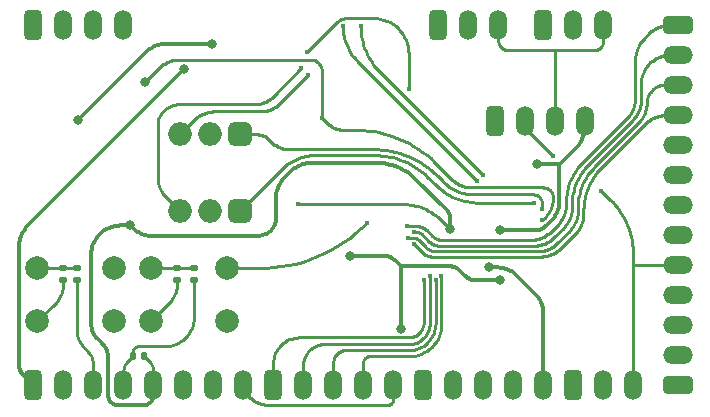
<source format=gbr>
G04 #@! TF.GenerationSoftware,KiCad,Pcbnew,(5.99.0-6506-gfdf6547f5f)*
G04 #@! TF.CreationDate,2020-10-25T23:45:09+03:00*
G04 #@! TF.ProjectId,DevBoard,44657642-6f61-4726-942e-6b696361645f,rev?*
G04 #@! TF.SameCoordinates,Original*
G04 #@! TF.FileFunction,Copper,L2,Bot*
G04 #@! TF.FilePolarity,Positive1**
%FSLAX46Y46*%
G04 Gerber Fmt 4.6, Leading zero omitted, Abs format (unit mm)*
G04 Created by KiCad (PCBNEW (5.99.0-6506-gfdf6547f5f)) date 2020-10-25 23:45:09*
%MOMM*%
%LPD*%
G01*
G04 APERTURE LIST*
G04 Aperture macros list*
%AMRoundRect*
0 Rectangle with rounded corners*
0 $1 Rounding radius*
0 $2 $3 $4 $5 $6 $7 $8 $9 X,Y pos of 4 corners*
0 Add a 4 corners polygon primitive as box body*
4,1,4,$2,$3,$4,$5,$6,$7,$8,$9,$2,$3,0*
0 Add four circle primitives for the rounded corners*
1,1,$1+$1,$2,$3,0*
1,1,$1+$1,$4,$5,0*
1,1,$1+$1,$6,$7,0*
1,1,$1+$1,$8,$9,0*
0 Add four rect primitives between the rounded corners*
20,1,$1+$1,$2,$3,$4,$5,0*
20,1,$1+$1,$4,$5,$6,$7,0*
20,1,$1+$1,$6,$7,$8,$9,0*
20,1,$1+$1,$8,$9,$2,$3,0*%
G04 Aperture macros list end*
G04 #@! TA.AperFunction,ComponentPad*
%ADD10RoundRect,0.500000X0.500000X0.500000X-0.500000X0.500000X-0.500000X-0.500000X0.500000X-0.500000X0*%
G04 #@! TD*
G04 #@! TA.AperFunction,ComponentPad*
%ADD11O,2.000000X2.000000*%
G04 #@! TD*
G04 #@! TA.AperFunction,ComponentPad*
%ADD12RoundRect,0.375000X-0.375000X-0.895000X0.375000X-0.895000X0.375000X0.895000X-0.375000X0.895000X0*%
G04 #@! TD*
G04 #@! TA.AperFunction,ComponentPad*
%ADD13O,1.500000X2.540000*%
G04 #@! TD*
G04 #@! TA.AperFunction,ComponentPad*
%ADD14RoundRect,0.375000X-0.895000X0.375000X-0.895000X-0.375000X0.895000X-0.375000X0.895000X0.375000X0*%
G04 #@! TD*
G04 #@! TA.AperFunction,ComponentPad*
%ADD15O,2.540000X1.500000*%
G04 #@! TD*
G04 #@! TA.AperFunction,ComponentPad*
%ADD16RoundRect,0.375000X0.895000X-0.375000X0.895000X0.375000X-0.895000X0.375000X-0.895000X-0.375000X0*%
G04 #@! TD*
G04 #@! TA.AperFunction,ComponentPad*
%ADD17C,2.000000*%
G04 #@! TD*
G04 #@! TA.AperFunction,SMDPad,CuDef*
%ADD18RoundRect,0.147500X-0.172500X0.147500X-0.172500X-0.147500X0.172500X-0.147500X0.172500X0.147500X0*%
G04 #@! TD*
G04 #@! TA.AperFunction,SMDPad,CuDef*
%ADD19RoundRect,0.147500X-0.147500X-0.172500X0.147500X-0.172500X0.147500X0.172500X-0.147500X0.172500X0*%
G04 #@! TD*
G04 #@! TA.AperFunction,SMDPad,CuDef*
%ADD20RoundRect,0.147500X0.172500X-0.147500X0.172500X0.147500X-0.172500X0.147500X-0.172500X-0.147500X0*%
G04 #@! TD*
G04 #@! TA.AperFunction,ViaPad*
%ADD21C,0.800000*%
G04 #@! TD*
G04 #@! TA.AperFunction,ViaPad*
%ADD22C,0.400000*%
G04 #@! TD*
G04 #@! TA.AperFunction,Conductor*
%ADD23C,0.250000*%
G04 #@! TD*
G04 #@! TA.AperFunction,Conductor*
%ADD24C,0.350000*%
G04 #@! TD*
G04 APERTURE END LIST*
D10*
X58105800Y-85468700D03*
D11*
X55565800Y-85468700D03*
X53025800Y-85468700D03*
D10*
X58105800Y-91945700D03*
D11*
X55565800Y-91945700D03*
X53025800Y-91945700D03*
D12*
X40640000Y-76200000D03*
D13*
X43180000Y-76200000D03*
X45720000Y-76200000D03*
X48260000Y-76200000D03*
D12*
X40640000Y-106680000D03*
D13*
X43180000Y-106680000D03*
X45720000Y-106680000D03*
X48260000Y-106680000D03*
X50800000Y-106680000D03*
X53340000Y-106680000D03*
X55880000Y-106680000D03*
X58420000Y-106680000D03*
D14*
X95250000Y-76200000D03*
D15*
X95250000Y-78740000D03*
X95250000Y-81280000D03*
X95250000Y-83820000D03*
X95250000Y-86360000D03*
X95250000Y-88900000D03*
X95250000Y-91440000D03*
X95250000Y-93980000D03*
D12*
X73660000Y-106680000D03*
D13*
X76200000Y-106680000D03*
X78740000Y-106680000D03*
X81280000Y-106680000D03*
X83820000Y-106680000D03*
D12*
X60960000Y-106680000D03*
D13*
X63500000Y-106680000D03*
X66040000Y-106680000D03*
X68580000Y-106680000D03*
X71120000Y-106680000D03*
D16*
X95250000Y-106680000D03*
D15*
X95250000Y-104140000D03*
X95250000Y-101600000D03*
X95250000Y-99060000D03*
X95250000Y-96520000D03*
D12*
X79692500Y-84366100D03*
D13*
X82232500Y-84366100D03*
X84772500Y-84366100D03*
X87312500Y-84366100D03*
D12*
X74930000Y-76200000D03*
D13*
X77470000Y-76200000D03*
X80010000Y-76200000D03*
D12*
X86360000Y-106680000D03*
D13*
X88900000Y-106680000D03*
X91440000Y-106680000D03*
D12*
X83820000Y-76200000D03*
D13*
X86360000Y-76200000D03*
X88900000Y-76200000D03*
D17*
X40967520Y-101285040D03*
X47467520Y-101285040D03*
X40967520Y-96785040D03*
X47467520Y-96785040D03*
X57068720Y-101285040D03*
X50568720Y-101285040D03*
X50568720Y-96785040D03*
X57068720Y-96785040D03*
D18*
X43169840Y-96781760D03*
X43169840Y-97751760D03*
X52821840Y-96786840D03*
X52821840Y-97756840D03*
D19*
X49050080Y-104246680D03*
X50020080Y-104246680D03*
D20*
X44312840Y-97751760D03*
X44312840Y-96781760D03*
X54223920Y-97756840D03*
X54223920Y-96786840D03*
D21*
X50069100Y-81049100D03*
D22*
X83693000Y-92750640D03*
X65072260Y-84086700D03*
D21*
X44409360Y-84269900D03*
X75946000Y-93502480D03*
X55740300Y-77787500D03*
D22*
X63025024Y-91358720D03*
X88706960Y-90225880D03*
D21*
X79196000Y-96725740D03*
X48809400Y-93169900D03*
X80162400Y-93573600D03*
X67482720Y-95750380D03*
X53432200Y-79956660D03*
X71749920Y-101955600D03*
X83271360Y-88005920D03*
X80162400Y-97805240D03*
D22*
X68859400Y-92979240D03*
X72847200Y-94754700D03*
X72364600Y-94246700D03*
X72834500Y-93751400D03*
X72313800Y-93243400D03*
X75194160Y-97454718D03*
X74696320Y-97754436D03*
X74193400Y-97449640D03*
X73686401Y-97750276D03*
X84640420Y-87294722D03*
X63881000Y-80467200D03*
X83687920Y-91749880D03*
X83012280Y-91246960D03*
X63322200Y-79870300D03*
X68356480Y-76311760D03*
X78694280Y-88905080D03*
X78192381Y-89380090D03*
X66852800Y-76311760D03*
X72405240Y-81635600D03*
X63804800Y-78516480D03*
D23*
X76507485Y-89613166D02*
X76407374Y-89549771D01*
X65759694Y-84708531D02*
X65662814Y-84640300D01*
X51648314Y-79535487D02*
X51551434Y-79603718D01*
X84220851Y-92157184D02*
X84152620Y-92254064D01*
X77748640Y-89956640D02*
X77630180Y-89953731D01*
X64996139Y-79745936D02*
X65029200Y-79838335D01*
X84486594Y-91629243D02*
X84443948Y-91739799D01*
X84133866Y-90017536D02*
X84204837Y-90051102D01*
X52871120Y-79131527D02*
X52752945Y-79140244D01*
X84566823Y-90450493D02*
X84593272Y-90524412D01*
X74268288Y-87491916D02*
X73927330Y-87197804D01*
X76610587Y-89671572D02*
X76507485Y-89613166D01*
X52518590Y-79175007D02*
X52402973Y-79200970D01*
X77162033Y-89884289D02*
X77047830Y-89852684D01*
X84601589Y-91170158D02*
X84581331Y-91286909D01*
X66514353Y-85043049D02*
X66400150Y-85011444D01*
X84079718Y-92347480D02*
X84002320Y-92437205D01*
X72431998Y-86198655D02*
X72029794Y-85996202D01*
X84443948Y-91739799D02*
X84395929Y-91848128D01*
X84623867Y-90678226D02*
X84627720Y-90756640D01*
X84395929Y-91848128D02*
X84342652Y-91953971D01*
X51282473Y-79835726D02*
X50069100Y-81049100D01*
X84059947Y-89991087D02*
X84133866Y-90017536D01*
X64954181Y-79657223D02*
X64996139Y-79745936D01*
X65053045Y-79933529D02*
X65067444Y-80030602D01*
X65072260Y-80128620D02*
X65072260Y-84086700D01*
X52065700Y-79312390D02*
X51957370Y-79360409D01*
X52989580Y-79128620D02*
X64072260Y-79128620D01*
X67100960Y-85115400D02*
X68107400Y-85115400D01*
X84204837Y-90051102D02*
X84272176Y-90091464D01*
X51551434Y-79603718D02*
X51458018Y-79676620D01*
X83983792Y-89972011D02*
X84059947Y-89991087D01*
X67100960Y-85115400D02*
X66982500Y-85112491D01*
X71618141Y-85813729D02*
X71198031Y-85651674D01*
X66068750Y-84883609D02*
X65962907Y-84830332D01*
X64170277Y-79133435D02*
X64267350Y-79147834D01*
X83827720Y-89956640D02*
X83906133Y-89960492D01*
X68557547Y-85126450D02*
X68107400Y-85115400D01*
X52752945Y-79140244D02*
X52635341Y-79154749D01*
X84581331Y-91286909D02*
X84555368Y-91402525D01*
X77277650Y-89910251D02*
X77162033Y-89884289D01*
X64706653Y-79355609D02*
X64779366Y-79421513D01*
X76217078Y-89408638D02*
X76127352Y-89331240D01*
X84393405Y-90190954D02*
X84446128Y-90249125D01*
X76407374Y-89549771D02*
X76310494Y-89481540D01*
X84002320Y-92437205D02*
X83920613Y-92523026D01*
X52176255Y-79269744D02*
X52065700Y-79312390D01*
X71198031Y-85651674D02*
X70770474Y-85510429D01*
X70770474Y-85510429D02*
X70336502Y-85390333D01*
X65029200Y-79838335D02*
X65053045Y-79933529D01*
X84624811Y-90934379D02*
X84616094Y-91052554D01*
X51368293Y-79754018D02*
X51282473Y-79835726D01*
X51748426Y-79472092D02*
X51648314Y-79535487D01*
X65067444Y-80030602D02*
X65072260Y-80128620D01*
X73204207Y-86661499D02*
X72823783Y-86420598D01*
X64845270Y-79494226D02*
X64903729Y-79573049D01*
X84627720Y-90815920D02*
X84624811Y-90934379D01*
X73572351Y-86920775D02*
X73204207Y-86661499D01*
X70336502Y-85390333D02*
X69897160Y-85291675D01*
X52635341Y-79154749D02*
X52518590Y-79175007D01*
X64362544Y-79171679D02*
X64454943Y-79204740D01*
X83920613Y-92523026D02*
X83693000Y-92750640D01*
X64072260Y-79128620D02*
X64170277Y-79133435D01*
X76824760Y-89772868D02*
X76716430Y-89724849D01*
X72029794Y-85996202D02*
X71618141Y-85813729D01*
X84533257Y-90379522D02*
X84566823Y-90450493D01*
X84555368Y-91402525D02*
X84523764Y-91516728D01*
X51458018Y-79676620D02*
X51368293Y-79754018D01*
X76310494Y-89481540D02*
X76217078Y-89408638D01*
X69897160Y-85291675D02*
X69453506Y-85214694D01*
X77748640Y-89956640D02*
X83827720Y-89956640D01*
X74594405Y-87802405D02*
X76041533Y-89249533D01*
X64779366Y-79421513D02*
X64845270Y-79494226D01*
X84612348Y-90600567D02*
X84623867Y-90678226D01*
X84284246Y-92057073D02*
X84220851Y-92157184D01*
X64454943Y-79204740D02*
X64543656Y-79246698D01*
X66629970Y-85069011D02*
X66514353Y-85043049D01*
X84492895Y-90312183D02*
X84533257Y-90379522D01*
X76127352Y-89331240D02*
X76041533Y-89249533D01*
X77047830Y-89852684D02*
X76935315Y-89815514D01*
X69453506Y-85214694D02*
X69006610Y-85159574D01*
X65859805Y-84771926D02*
X65759694Y-84708531D01*
X52989580Y-79128620D02*
X52871120Y-79131527D01*
X76935315Y-89815514D02*
X76824760Y-89772868D01*
X83906133Y-89960492D02*
X83983792Y-89972011D01*
X84335234Y-90138231D02*
X84393405Y-90190954D01*
X66177080Y-84931628D02*
X66068750Y-84883609D01*
X64543656Y-79246698D02*
X64627830Y-79297150D01*
X77512005Y-89945014D02*
X77394401Y-89930509D01*
X84616094Y-91052554D02*
X84601589Y-91170158D01*
X65479672Y-84490000D02*
X65393853Y-84408293D01*
X51851527Y-79413686D02*
X51748426Y-79472092D01*
X72823783Y-86420598D02*
X72431998Y-86198655D01*
X52288770Y-79232574D02*
X52176255Y-79269744D01*
X84627720Y-90756640D02*
X84627720Y-90815920D01*
X84593272Y-90524412D02*
X84612348Y-90600567D01*
X66287635Y-84974274D02*
X66177080Y-84931628D01*
X84446128Y-90249125D02*
X84492895Y-90312183D01*
X51957370Y-79360409D02*
X51851527Y-79413686D01*
X65962907Y-84830332D02*
X65859805Y-84771926D01*
X77630180Y-89953731D02*
X77512005Y-89945014D01*
X66400150Y-85011444D02*
X66287635Y-84974274D01*
X52402973Y-79200970D02*
X52288770Y-79232574D01*
X64627830Y-79297150D02*
X64706653Y-79355609D01*
X84342652Y-91953971D02*
X84284246Y-92057073D01*
X65393853Y-84408293D02*
X65072260Y-84086700D01*
X66746721Y-85089269D02*
X66629970Y-85069011D01*
X84152620Y-92254064D02*
X84079718Y-92347480D01*
X64267350Y-79147834D02*
X64362544Y-79171679D01*
X65662814Y-84640300D02*
X65569398Y-84567398D01*
X73927330Y-87197804D02*
X73572351Y-86920775D01*
X66864325Y-85103774D02*
X66746721Y-85089269D01*
X84272176Y-90091464D02*
X84335234Y-90138231D01*
X65569398Y-84567398D02*
X65479672Y-84490000D01*
X77394401Y-89930509D02*
X77277650Y-89910251D01*
X74594405Y-87802405D02*
X74268288Y-87491916D01*
X84523764Y-91516728D02*
X84486594Y-91629243D01*
X64903729Y-79573049D02*
X64954181Y-79657223D01*
X66982500Y-85112491D02*
X66864325Y-85103774D01*
X69006610Y-85159574D02*
X68557547Y-85126450D01*
X76716430Y-89724849D02*
X76610587Y-89671572D01*
D24*
X48032040Y-93169900D02*
X48809400Y-93169900D01*
D23*
X80503853Y-78267623D02*
X80577772Y-78294072D01*
D24*
X45827236Y-94491408D02*
X45953365Y-94280974D01*
D23*
X42884772Y-99220771D02*
X42826365Y-99323873D01*
D24*
X61726439Y-89343797D02*
X61803837Y-89254071D01*
X45717472Y-102263307D02*
X45760093Y-102347981D01*
X47626307Y-108359618D02*
X47703966Y-108371137D01*
X46099513Y-94083916D02*
X46264273Y-93902133D01*
D23*
X88544456Y-78193695D02*
X88607514Y-78146928D01*
X90109722Y-91732113D02*
X90300768Y-92003377D01*
D24*
X60630029Y-93710635D02*
X60511795Y-93798324D01*
D23*
X43028714Y-98896043D02*
X42986068Y-99006599D01*
D24*
X46869479Y-103837220D02*
X46899215Y-103927232D01*
X83747648Y-100067753D02*
X83773611Y-100183370D01*
D23*
X52536772Y-99169971D02*
X52478365Y-99273073D01*
D24*
X50181793Y-78494606D02*
X44409360Y-84267040D01*
X63261160Y-88052530D02*
X63371715Y-88009884D01*
X83344900Y-99216214D02*
X83413131Y-99313094D01*
D23*
X80302485Y-78146928D02*
X80365543Y-78193695D01*
X80025371Y-77684592D02*
X80044447Y-77760747D01*
X80653927Y-78313148D02*
X80731586Y-78324667D01*
X91310112Y-94440148D02*
X91366835Y-94767051D01*
X50748022Y-105176195D02*
X50729437Y-105119937D01*
D24*
X61319564Y-90062035D02*
X61362209Y-89951479D01*
X46602300Y-103337363D02*
X46656884Y-103414867D01*
D23*
X90478274Y-92283689D02*
X90641811Y-92572373D01*
X89460101Y-90979021D02*
X89688881Y-91219317D01*
D24*
X79891380Y-96725740D02*
X79196000Y-96725740D01*
X72125547Y-88555706D02*
X72325769Y-88682496D01*
X60739100Y-93611780D02*
X60630029Y-93710635D01*
X61250789Y-90288753D02*
X61282394Y-90174550D01*
X47476233Y-108314093D02*
X47550152Y-108340542D01*
X60252465Y-93936939D02*
X60113867Y-93986530D01*
X61204569Y-90521121D02*
X61224827Y-90404369D01*
X46982380Y-107574990D02*
X46982380Y-104487880D01*
X47076842Y-107952107D02*
X47117204Y-108019446D01*
X80592188Y-96829694D02*
X80477985Y-96798090D01*
D23*
X80244314Y-78094205D02*
X80302485Y-78146928D01*
X80432882Y-78234057D02*
X80503853Y-78267623D01*
X42694740Y-99520864D02*
X42621838Y-99614279D01*
X71120000Y-107869100D02*
X71120000Y-106680000D01*
X80070896Y-77834666D02*
X80104462Y-77905637D01*
X88896147Y-77606933D02*
X88900000Y-77528520D01*
D24*
X63948405Y-87880384D02*
X64066580Y-87871667D01*
X47274865Y-108193398D02*
X47337923Y-108240165D01*
X59825465Y-94043897D02*
X59678440Y-94051120D01*
X60925644Y-93384475D02*
X60837955Y-93502709D01*
D23*
X50657466Y-104957573D02*
X50628263Y-104906022D01*
D24*
X83534932Y-99516307D02*
X83588209Y-99622150D01*
D23*
X59247834Y-107962231D02*
X59150954Y-107894000D01*
D24*
X50232227Y-108340542D02*
X50306146Y-108314093D01*
D23*
X50525999Y-104760818D02*
X50487300Y-104715955D01*
D24*
X63371715Y-88009884D02*
X63484230Y-87972714D01*
D23*
X52749488Y-98618525D02*
X52717884Y-98732728D01*
D24*
X50219030Y-94004731D02*
X50103413Y-93978769D01*
X50181793Y-78494606D02*
X50267612Y-78412898D01*
X80362369Y-96772127D02*
X80245618Y-96751869D01*
D23*
X75216453Y-92772933D02*
X75946000Y-93502480D01*
D24*
X83817091Y-100535900D02*
X83820000Y-100654360D01*
D23*
X58881993Y-107661993D02*
X58420000Y-107200000D01*
X74865361Y-92454721D02*
X74678530Y-92308917D01*
D24*
X50507514Y-108193398D02*
X50565685Y-108140675D01*
X50705537Y-107952107D02*
X50739103Y-107881136D01*
D23*
X50776805Y-105291104D02*
X50763824Y-105233296D01*
D24*
X61410229Y-89843149D02*
X61463505Y-89737306D01*
X46264273Y-93902133D02*
X46446056Y-93737373D01*
X49766140Y-93867348D02*
X49657810Y-93819329D01*
X60511795Y-93798324D02*
X60385535Y-93874001D01*
X83808374Y-100417725D02*
X83817091Y-100535900D01*
X60837955Y-93502709D02*
X60739100Y-93611780D01*
X83636228Y-99730480D02*
X83678874Y-99841035D01*
X75774262Y-92050942D02*
X75803465Y-92102493D01*
X83413131Y-99313094D02*
X83476526Y-99413206D01*
X50335781Y-94024989D02*
X50219030Y-94004731D01*
X47043276Y-107881136D02*
X47076842Y-107952107D01*
X61149617Y-92843755D02*
X61113850Y-92986547D01*
X80704703Y-96866864D02*
X80592188Y-96829694D01*
D23*
X91407449Y-95096343D02*
X91431857Y-95427232D01*
D24*
X50565685Y-108140675D02*
X50618408Y-108082504D01*
X45532040Y-101437540D02*
X45532040Y-95669900D01*
X50750847Y-78072566D02*
X50856690Y-78019289D01*
X46997751Y-107731062D02*
X47016827Y-107807217D01*
D23*
X88332227Y-78294072D02*
X88406146Y-78267623D01*
D24*
X51417910Y-77833887D02*
X51534661Y-77813629D01*
X71919344Y-88438894D02*
X72125547Y-88555706D01*
X75922805Y-92436024D02*
X75932934Y-92494400D01*
X47216694Y-108140675D02*
X47274865Y-108193398D01*
D23*
X89460101Y-90979021D02*
X88706960Y-90225880D01*
D24*
X47117204Y-108019446D02*
X47163971Y-108082504D01*
X75940187Y-92553202D02*
X75944545Y-92612290D01*
D23*
X73866658Y-91822300D02*
X73649998Y-91726261D01*
X90300768Y-92003377D02*
X90478274Y-92283689D01*
D24*
X47550152Y-108340542D02*
X47626307Y-108359618D01*
D23*
X48809400Y-93169900D02*
X48809400Y-93170500D01*
D24*
X70816451Y-88013461D02*
X71044858Y-88076670D01*
X46656884Y-103414867D02*
X46707600Y-103494956D01*
D23*
X88718408Y-78036034D02*
X88765175Y-77972976D01*
D24*
X47163971Y-108082504D02*
X47216694Y-108140675D01*
X46899215Y-103927232D02*
X46924498Y-104018594D01*
D23*
X42544440Y-99704005D02*
X42462733Y-99789826D01*
X50708114Y-105064659D02*
X50684104Y-105010494D01*
D24*
X80245618Y-96751869D02*
X80128014Y-96737364D01*
D23*
X42938049Y-99114928D02*
X42884772Y-99220771D01*
X72510717Y-91410980D02*
X72275508Y-91381969D01*
X91440000Y-106680000D02*
X91440000Y-96520000D01*
D24*
X51075575Y-77928624D02*
X51188090Y-77891454D01*
D23*
X88256072Y-78313148D02*
X88332227Y-78294072D01*
X52775451Y-98502909D02*
X52749488Y-98618525D01*
D24*
X46982380Y-107574990D02*
X46986232Y-107653403D01*
X83112893Y-98947253D02*
X81598486Y-97432846D01*
D23*
X90641811Y-92572373D02*
X90790987Y-92868733D01*
D24*
X50103413Y-93978769D02*
X49989210Y-93947164D01*
X60385535Y-93874001D02*
X60252465Y-93936939D01*
D23*
X73649998Y-91726261D02*
X73428887Y-91640969D01*
D24*
X62563753Y-88494158D02*
X62653478Y-88416760D01*
X45722341Y-94713191D02*
X45827236Y-94491408D01*
X62653478Y-88416760D02*
X62746894Y-88343858D01*
X75932934Y-92494400D02*
X75940187Y-92553202D01*
X45532040Y-95669900D02*
X45544078Y-95424857D01*
X49657810Y-93819329D02*
X49551967Y-93766052D01*
X45806818Y-102430462D02*
X45857534Y-102510551D01*
X75944545Y-92612290D02*
X75946000Y-92671520D01*
D23*
X80577772Y-78294072D02*
X80653927Y-78313148D01*
D24*
X46924498Y-104018594D02*
X46945268Y-104111088D01*
D23*
X71035734Y-108146885D02*
X71006505Y-108186296D01*
D24*
X46416694Y-103122194D02*
X46482060Y-103190850D01*
X47306328Y-93277549D02*
X47544314Y-93217936D01*
D23*
X52821840Y-98031920D02*
X52821840Y-97756840D01*
D24*
X61190064Y-90638725D02*
X61204569Y-90521121D01*
D23*
X90925441Y-93172057D02*
X91044849Y-93481612D01*
D24*
X50357338Y-78335500D02*
X50450754Y-78262598D01*
D23*
X42462733Y-99789826D02*
X40967520Y-101285040D01*
D24*
X46853548Y-93465096D02*
X47075331Y-93360201D01*
D23*
X74484769Y-92172456D02*
X74284547Y-92045666D01*
D24*
X51534661Y-77813629D02*
X51652265Y-77799124D01*
X50377117Y-108280527D02*
X50444456Y-108240165D01*
D23*
X88477117Y-78234057D02*
X88544456Y-78193695D01*
X70973553Y-108222653D02*
X70937196Y-108255605D01*
D24*
X70351717Y-87921020D02*
X70585219Y-87961536D01*
X83820000Y-100654360D02*
X83820000Y-106680000D01*
D23*
X89905596Y-91470549D02*
X90109722Y-91732113D01*
X52273838Y-99563479D02*
X52196440Y-99653205D01*
D24*
X81598486Y-97432846D02*
X81512665Y-97351138D01*
X49989210Y-93947164D02*
X49876695Y-93909994D01*
X46796947Y-103662112D02*
X46835362Y-103748776D01*
X81329524Y-97200838D02*
X81232644Y-97132607D01*
X80128014Y-96737364D02*
X80009839Y-96728647D01*
D23*
X88100000Y-78328520D02*
X84769960Y-78328520D01*
X71098470Y-108014242D02*
X71081939Y-108060441D01*
D24*
X70116508Y-87892009D02*
X70351717Y-87921020D01*
D23*
X52818931Y-98150379D02*
X52810214Y-98268554D01*
D24*
X61181347Y-90756900D02*
X61190064Y-90638725D01*
D23*
X59150954Y-107894000D02*
X59057538Y-107821098D01*
D24*
X81132533Y-97069212D02*
X81029431Y-97010806D01*
D23*
X74678530Y-92308917D02*
X74484769Y-92172456D01*
D24*
X72885812Y-89119558D02*
X73057453Y-89282973D01*
D23*
X71060960Y-108104798D02*
X71035734Y-108146885D01*
D24*
X61362209Y-89951479D02*
X61410229Y-89843149D01*
D23*
X91440000Y-95758920D02*
X91440000Y-96520000D01*
D24*
X51652265Y-77799124D02*
X51770440Y-77790407D01*
X75909824Y-92378216D02*
X75922805Y-92436024D01*
X50000000Y-108374990D02*
X47782380Y-108374990D01*
D23*
X74078344Y-91928854D02*
X73866658Y-91822300D01*
X43143709Y-98436958D02*
X43123451Y-98553709D01*
D24*
X50267612Y-78412898D02*
X50357338Y-78335500D01*
D23*
X88765175Y-77972976D02*
X88805537Y-77905637D01*
X80365543Y-78193695D02*
X80432882Y-78234057D01*
D24*
X50647745Y-78130972D02*
X50750847Y-78072566D01*
X50078413Y-108371137D02*
X50156072Y-108359618D01*
X61585306Y-89534093D02*
X61653537Y-89437213D01*
X69643240Y-87868760D02*
X69880159Y-87874575D01*
D23*
X50596565Y-104855966D02*
X50562450Y-104807526D01*
X91237417Y-94116423D02*
X91310112Y-94440148D01*
D24*
X46986232Y-107653403D02*
X46997751Y-107731062D01*
X75742565Y-92000886D02*
X75774262Y-92050942D01*
D23*
X72275508Y-91381969D02*
X72039159Y-91364535D01*
D24*
X62746894Y-88343858D02*
X62843774Y-88275627D01*
D23*
X59888290Y-108265144D02*
X59775775Y-108227974D01*
D24*
X61463505Y-89737306D02*
X61521912Y-89634204D01*
D23*
X91148925Y-93796654D02*
X91237417Y-94116423D01*
D24*
X46643114Y-93591225D02*
X46853548Y-93465096D01*
X71707658Y-88332340D02*
X71919344Y-88438894D01*
D23*
X72975451Y-91503421D02*
X72744219Y-91451496D01*
X60589100Y-108369100D02*
X70620000Y-108369100D01*
D24*
X47016827Y-107807217D02*
X47043276Y-107881136D01*
X47786997Y-93181938D02*
X48032040Y-93169900D01*
X46416694Y-103122194D02*
X46097725Y-102803225D01*
D23*
X60589100Y-108369100D02*
X60470640Y-108366191D01*
D24*
X63714050Y-87915147D02*
X63830801Y-87894889D01*
D23*
X75216453Y-92772933D02*
X75044812Y-92609518D01*
D24*
X61803837Y-89254071D02*
X61885546Y-89168252D01*
X46543978Y-103262630D02*
X46602300Y-103337363D01*
D23*
X42826365Y-99323873D02*
X42762971Y-99423984D01*
X52114733Y-99739026D02*
X50568720Y-101285040D01*
X50446446Y-104673046D02*
X50020080Y-104246680D01*
D24*
X75633299Y-91860876D02*
X75671998Y-91905739D01*
D23*
X80013852Y-77606933D02*
X80025371Y-77684592D01*
D24*
X49551967Y-93766052D02*
X49448865Y-93707646D01*
D23*
X88406146Y-78267623D02*
X88477117Y-78234057D01*
D24*
X61001321Y-93258215D02*
X60925644Y-93384475D01*
X83773611Y-100183370D02*
X83793869Y-100300121D01*
D23*
X60470640Y-108366191D02*
X60352465Y-108357474D01*
D24*
X71269887Y-88151009D02*
X71490998Y-88236301D01*
D23*
X43158214Y-98319354D02*
X43143709Y-98436958D01*
D24*
X75671998Y-91905739D02*
X75708449Y-91952446D01*
X83678874Y-99841035D02*
X83716044Y-99953550D01*
X46446056Y-93737373D02*
X46643114Y-93591225D01*
X45552944Y-101720930D02*
X45569150Y-101814331D01*
D23*
X43123451Y-98553709D02*
X43097488Y-98669325D01*
X59057538Y-107821098D02*
X58967812Y-107743700D01*
D24*
X75830104Y-92155414D02*
X75854114Y-92209579D01*
X45679056Y-102176643D02*
X45717472Y-102263307D01*
X46973079Y-104298572D02*
X46980053Y-104393112D01*
X50690020Y-94051120D02*
X59678440Y-94051120D01*
D23*
X60234861Y-108342969D02*
X60118110Y-108322711D01*
D24*
X75708449Y-91952446D02*
X75742565Y-92000886D01*
X45544078Y-95424857D02*
X45580076Y-95182174D01*
X61224827Y-90404369D02*
X61250789Y-90288753D01*
X75946000Y-92671520D02*
X75946000Y-93502480D01*
X47544314Y-93217936D02*
X47786997Y-93181938D01*
D23*
X80104462Y-77905637D02*
X80144824Y-77972976D01*
D24*
X81512665Y-97351138D02*
X81422940Y-97273740D01*
X48982913Y-93344013D02*
X48809400Y-93170500D01*
X63484230Y-87972714D02*
X63598433Y-87941110D01*
D23*
X91431857Y-95427232D02*
X91440000Y-95758920D01*
X74284547Y-92045666D02*
X74078344Y-91928854D01*
X43169840Y-98082720D02*
X43169840Y-97751760D01*
D24*
X64185040Y-87868760D02*
X69643240Y-87868760D01*
X45760093Y-102347981D02*
X45806818Y-102430462D01*
X69880159Y-87874575D02*
X70116508Y-87892009D01*
X45534366Y-101532307D02*
X45541340Y-101626847D01*
D23*
X52795709Y-98386158D02*
X52775451Y-98502909D01*
D24*
X64066580Y-87871667D02*
X64185040Y-87868760D01*
X47075331Y-93360201D02*
X47306328Y-93277549D01*
D23*
X58967812Y-107743700D02*
X58881993Y-107661993D01*
D24*
X73057453Y-89282973D02*
X75592446Y-91817966D01*
X49068732Y-93425720D02*
X48982913Y-93344013D01*
X49251874Y-93576020D02*
X49158458Y-93503118D01*
D23*
X50800000Y-105526600D02*
X50798545Y-105467370D01*
D24*
X51770440Y-77790407D02*
X51888900Y-77787500D01*
X50739103Y-107881136D02*
X50765552Y-107807217D01*
D23*
X60002493Y-108296749D02*
X59888290Y-108265144D01*
X42986068Y-99006599D02*
X42938049Y-99114928D01*
X91044849Y-93481612D02*
X91148925Y-93796654D01*
X52478365Y-99273073D02*
X52414971Y-99373184D01*
D24*
X81232644Y-97132607D02*
X81132533Y-97069212D01*
X47405262Y-108280527D02*
X47476233Y-108314093D01*
D23*
X70765142Y-108347570D02*
X70717545Y-108359492D01*
X50487300Y-104715955D02*
X50446446Y-104673046D01*
X71120000Y-107869100D02*
X71117592Y-107918108D01*
X60118110Y-108322711D02*
X60002493Y-108296749D01*
D24*
X81422940Y-97273740D02*
X81329524Y-97200838D01*
X63152830Y-88100549D02*
X63261160Y-88052530D01*
X63046987Y-88153826D02*
X63152830Y-88100549D01*
D23*
X80191591Y-78036034D02*
X80244314Y-78094205D01*
X43166931Y-98201179D02*
X43158214Y-98319354D01*
D24*
X71044858Y-88076670D02*
X71269887Y-88151009D01*
X63598433Y-87941110D02*
X63714050Y-87915147D01*
X80009839Y-96728647D02*
X79891380Y-96725740D01*
D23*
X50800000Y-105526600D02*
X50800000Y-106680000D01*
D24*
X61282394Y-90174550D02*
X61319564Y-90062035D01*
X50965020Y-77971270D02*
X51075575Y-77928624D01*
D23*
X50794187Y-105408282D02*
X50786934Y-105349480D01*
D24*
X63830801Y-87894889D02*
X63948405Y-87880384D01*
X45953365Y-94280974D02*
X46099513Y-94083916D01*
D23*
X88178413Y-78324667D02*
X88256072Y-78313148D01*
D24*
X45912119Y-102588055D02*
X45970440Y-102662788D01*
X75894021Y-92321115D02*
X75909824Y-92378216D01*
D23*
X71110392Y-107966645D02*
X71098470Y-108014242D01*
D24*
X61171217Y-92698145D02*
X61149617Y-92843755D01*
X45615204Y-101998187D02*
X45644940Y-102088198D01*
X61178440Y-90875360D02*
X61181347Y-90756900D01*
D23*
X80044447Y-77760747D02*
X80070896Y-77834666D01*
X73203858Y-91566630D02*
X72975451Y-91503421D01*
X80010000Y-77528520D02*
X80013852Y-77606933D01*
X60352465Y-108357474D02*
X60234861Y-108342969D01*
X73428887Y-91640969D02*
X73203858Y-91566630D01*
D24*
X70585219Y-87961536D02*
X70816451Y-88013461D01*
X46945268Y-104111088D02*
X46961475Y-104204488D01*
D23*
X70717545Y-108359492D02*
X70669008Y-108366692D01*
D24*
X46961475Y-104204488D02*
X46973079Y-104298572D01*
D23*
X88805537Y-77905637D02*
X88839103Y-77834666D01*
D24*
X45644940Y-102088198D02*
X45679056Y-102176643D01*
X50571560Y-94048211D02*
X50453385Y-94039494D01*
X45541340Y-101626847D02*
X45552944Y-101720930D01*
D23*
X43169840Y-98082720D02*
X43166931Y-98201179D01*
X75044812Y-92609518D02*
X74865361Y-92454721D01*
X50684104Y-105010494D02*
X50657466Y-104957573D01*
D24*
X75592446Y-91817966D02*
X75633299Y-91860876D01*
X47703966Y-108371137D02*
X47782380Y-108374990D01*
X83588209Y-99622150D02*
X83636228Y-99730480D01*
D23*
X88839103Y-77834666D02*
X88865552Y-77760747D01*
D24*
X50690020Y-94051120D02*
X50571560Y-94048211D01*
D23*
X84772500Y-78331060D02*
X84769960Y-78328520D01*
D24*
X62843774Y-88275627D02*
X62943886Y-88212232D01*
D23*
X70897785Y-108284834D02*
X70855698Y-108310060D01*
D24*
X75875437Y-92264857D02*
X75894021Y-92321115D01*
X50444456Y-108240165D02*
X50507514Y-108193398D01*
X50665175Y-108019446D02*
X50705537Y-107952107D01*
X75854114Y-92209579D02*
X75875437Y-92264857D01*
X47337923Y-108240165D02*
X47405262Y-108280527D01*
D23*
X72039159Y-91364535D02*
X71802240Y-91358720D01*
D24*
X46707600Y-103494956D02*
X46754325Y-103577437D01*
D23*
X88884628Y-77684592D02*
X88896147Y-77606933D01*
X52717884Y-98732728D02*
X52680714Y-98845243D01*
D24*
X81029431Y-97010806D02*
X80923588Y-96957529D01*
X46482060Y-103190850D02*
X46543978Y-103262630D01*
X50453385Y-94039494D02*
X50335781Y-94024989D01*
X72325769Y-88682496D02*
X72519530Y-88818957D01*
D23*
X59451047Y-108084032D02*
X59347945Y-108025626D01*
D24*
X83194600Y-99033073D02*
X83271998Y-99122798D01*
X49158458Y-93503118D02*
X49068732Y-93425720D01*
X61521912Y-89634204D02*
X61585306Y-89534093D01*
X45857534Y-102510551D02*
X45912119Y-102588055D01*
D23*
X50628263Y-104906022D02*
X50596565Y-104855966D01*
X52810214Y-98268554D02*
X52795709Y-98386158D01*
D24*
X83716044Y-99953550D02*
X83747648Y-100067753D01*
D23*
X84772500Y-84366100D02*
X84772500Y-78331060D01*
X50786934Y-105349480D02*
X50776805Y-105291104D01*
X52590049Y-99064128D02*
X52536772Y-99169971D01*
D24*
X51888900Y-77787500D02*
X55740300Y-77787500D01*
X50000000Y-108374990D02*
X50078413Y-108371137D01*
D23*
X88607514Y-78146928D02*
X88665685Y-78094205D01*
D24*
X61178440Y-92551120D02*
X61178440Y-90875360D01*
D23*
X59775775Y-108227974D02*
X59665220Y-108185328D01*
D24*
X49348754Y-93644251D02*
X49251874Y-93576020D01*
D23*
X70937196Y-108255605D02*
X70897785Y-108284834D01*
X89688881Y-91219317D02*
X89905596Y-91470549D01*
D24*
X46754325Y-103577437D02*
X46796947Y-103662112D01*
D23*
X43065884Y-98783528D02*
X43028714Y-98896043D01*
D24*
X50856690Y-78019289D02*
X50965020Y-77971270D01*
D23*
X88665685Y-78094205D02*
X88718408Y-78036034D01*
X71006505Y-108186296D02*
X70973553Y-108222653D01*
X52346740Y-99470064D02*
X52273838Y-99563479D01*
D24*
X75803465Y-92102493D02*
X75830104Y-92155414D01*
X45970440Y-102662788D02*
X46032359Y-102734568D01*
X49448865Y-93707646D02*
X49348754Y-93644251D01*
D23*
X50729437Y-105119937D02*
X50708114Y-105064659D01*
D24*
X80923588Y-96957529D02*
X80815259Y-96909510D01*
X83112893Y-98947253D02*
X83194600Y-99033073D01*
X50450754Y-78262598D02*
X50547634Y-78194367D01*
X83793869Y-100300121D02*
X83808374Y-100417725D01*
D23*
X50763824Y-105233296D02*
X50748022Y-105176195D01*
X52196440Y-99653205D02*
X52114733Y-99739026D01*
D24*
X45639689Y-94944188D02*
X45722341Y-94713191D01*
X50618408Y-108082504D02*
X50665175Y-108019446D01*
X50306146Y-108314093D02*
X50377117Y-108280527D01*
D23*
X71081939Y-108060441D02*
X71060960Y-108104798D01*
D24*
X80815259Y-96909510D02*
X80704703Y-96866864D01*
X49876695Y-93909994D02*
X49766140Y-93867348D01*
D23*
X70855698Y-108310060D02*
X70811341Y-108331039D01*
X71802240Y-91358720D02*
X63025024Y-91358720D01*
X71117592Y-107918108D02*
X71110392Y-107966645D01*
X88865552Y-77760747D02*
X88884628Y-77684592D01*
X52821840Y-98031920D02*
X52818931Y-98150379D01*
X80731586Y-78324667D02*
X80810000Y-78328520D01*
X91366835Y-94767051D02*
X91407449Y-95096343D01*
X59556890Y-108137309D02*
X59451047Y-108084032D01*
D24*
X45569150Y-101814331D02*
X45589920Y-101906824D01*
X72706361Y-88964761D02*
X72885812Y-89119558D01*
X61178440Y-92551120D02*
X61171217Y-92698145D01*
X46032359Y-102734568D02*
X46097725Y-102803225D01*
X50765552Y-107807217D02*
X50784628Y-107731062D01*
D23*
X43097488Y-98669325D02*
X43065884Y-98783528D01*
D24*
X62477933Y-88575866D02*
X62563753Y-88494158D01*
D23*
X72744219Y-91451496D02*
X72510717Y-91410980D01*
D24*
X83271998Y-99122798D02*
X83344900Y-99216214D01*
D23*
X91440000Y-96520000D02*
X95250000Y-96520000D01*
D24*
X51302293Y-77859850D02*
X51417910Y-77833887D01*
D23*
X52680714Y-98845243D02*
X52638068Y-98955799D01*
D24*
X50547634Y-78194367D02*
X50647745Y-78130972D01*
X80477985Y-96798090D02*
X80362369Y-96772127D01*
D23*
X88100000Y-78328520D02*
X88178413Y-78324667D01*
D24*
X60113867Y-93986530D02*
X59971075Y-94022297D01*
D23*
X59347945Y-108025626D02*
X59247834Y-107962231D01*
X50798545Y-105467370D02*
X50794187Y-105408282D01*
X42621838Y-99614279D02*
X42544440Y-99704005D01*
D24*
X44409360Y-84269900D02*
X44409360Y-84267040D01*
X61113850Y-92986547D02*
X61064259Y-93125145D01*
D23*
X80144824Y-77972976D02*
X80191591Y-78036034D01*
D24*
X61653537Y-89437213D02*
X61726439Y-89343797D01*
X45589920Y-101906824D02*
X45615204Y-101998187D01*
D23*
X70669008Y-108366692D02*
X70620000Y-108369100D01*
D24*
X61064259Y-93125145D02*
X61001321Y-93258215D01*
X72519530Y-88818957D02*
X72706361Y-88964761D01*
X46835362Y-103748776D02*
X46869479Y-103837220D01*
D23*
X80010000Y-77528520D02*
X80010000Y-76200000D01*
D24*
X61885546Y-89168252D02*
X62477933Y-88575866D01*
X71490998Y-88236301D02*
X71707658Y-88332340D01*
D23*
X70811341Y-108331039D02*
X70765142Y-108347570D01*
D24*
X83476526Y-99413206D02*
X83534932Y-99516307D01*
X59971075Y-94022297D02*
X59825465Y-94043897D01*
D23*
X59665220Y-108185328D02*
X59556890Y-108137309D01*
X80810000Y-78328520D02*
X84769960Y-78328520D01*
D24*
X45532040Y-101437540D02*
X45534366Y-101532307D01*
D23*
X50562450Y-104807526D02*
X50525999Y-104760818D01*
D24*
X45580076Y-95182174D02*
X45639689Y-94944188D01*
D23*
X52414971Y-99373184D02*
X52346740Y-99470064D01*
D24*
X50156072Y-108359618D02*
X50232227Y-108340542D01*
X46980053Y-104393112D02*
X46982380Y-104487880D01*
D23*
X88900000Y-77528520D02*
X88900000Y-76200000D01*
X90790987Y-92868733D02*
X90925441Y-93172057D01*
D24*
X51188090Y-77891454D02*
X51302293Y-77859850D01*
D23*
X52638068Y-98955799D02*
X52590049Y-99064128D01*
X42762971Y-99423984D02*
X42694740Y-99520864D01*
D24*
X62943886Y-88212232D02*
X63046987Y-88153826D01*
D23*
X44312840Y-96781760D02*
X43169840Y-96781760D01*
X40967520Y-96785040D02*
X43166560Y-96785040D01*
D24*
X39766812Y-93723606D02*
X39830207Y-93623494D01*
X77594419Y-97713354D02*
X77649697Y-97734677D01*
D23*
X48402533Y-104967733D02*
X48431736Y-104916182D01*
D24*
X70366000Y-95750380D02*
X70425229Y-95751834D01*
X70659302Y-95786555D02*
X70716404Y-95802357D01*
X83481222Y-93537424D02*
X83423414Y-93550405D01*
D23*
X45699095Y-104809008D02*
X45710699Y-104903092D01*
D24*
X84954729Y-92107208D02*
X84901452Y-92213051D01*
X39564464Y-94151435D02*
X39607110Y-94040880D01*
X70772661Y-95820942D02*
X70827939Y-95842265D01*
D23*
X54211881Y-101153522D02*
X54223920Y-100908480D01*
D24*
X87027432Y-86024151D02*
X86969025Y-86127253D01*
D23*
X48283193Y-105301264D02*
X48296175Y-105243456D01*
D24*
X77245716Y-97492539D02*
X77290579Y-97531238D01*
D23*
X45717673Y-104997632D02*
X45720000Y-105092400D01*
D24*
X84843045Y-92316153D02*
X84779651Y-92416264D01*
X70366000Y-95750380D02*
X67482720Y-95750380D01*
X86969025Y-86127253D02*
X86905631Y-86227364D01*
D23*
X44813159Y-103382268D02*
X44751240Y-103310488D01*
D24*
X84561120Y-92696285D02*
X84479413Y-92782106D01*
X76401524Y-96750194D02*
X76347359Y-96726185D01*
X77879240Y-97792174D02*
X77938042Y-97799427D01*
D23*
X44587618Y-103078162D02*
X44540893Y-102995681D01*
D24*
X84901452Y-92213051D02*
X84843045Y-92316153D01*
X40130446Y-93257653D02*
X53431440Y-79956660D01*
D23*
X44751240Y-103310488D02*
X44692918Y-103235755D01*
D24*
X39493902Y-105370001D02*
X39475317Y-105313744D01*
X86764498Y-86417659D02*
X86687100Y-86507385D01*
D23*
X45154314Y-103726714D02*
X45219680Y-103795370D01*
D24*
X85114168Y-91661605D02*
X85082564Y-91775808D01*
X70425229Y-95751834D02*
X70484317Y-95756192D01*
X76178722Y-96670475D02*
X76120914Y-96657493D01*
X71219553Y-96103933D02*
X71749920Y-96634300D01*
D23*
X45491945Y-104181957D02*
X45534567Y-104266632D01*
D24*
X83538324Y-93521621D02*
X83481222Y-93537424D01*
D23*
X45662118Y-104623114D02*
X45682888Y-104715608D01*
D24*
X39626774Y-105633972D02*
X39595076Y-105583916D01*
D23*
X48572699Y-104726115D02*
X48613553Y-104683206D01*
X44312840Y-102085240D02*
X44312840Y-97751760D01*
D24*
X85186520Y-91075000D02*
X85186520Y-88005920D01*
X75944649Y-96635753D02*
X75885420Y-96634300D01*
X83594581Y-93503036D02*
X83538324Y-93521621D01*
X39459515Y-105256642D02*
X39446534Y-105198834D01*
X77385726Y-97601805D02*
X77435782Y-97633502D01*
X77540254Y-97689344D02*
X77594419Y-97713354D01*
X39660889Y-105682412D02*
X39626774Y-105633972D01*
X70827939Y-95842265D02*
X70882104Y-95866275D01*
D23*
X53928723Y-102086971D02*
X54033618Y-101865188D01*
X49314381Y-103467519D02*
X49272294Y-103492745D01*
D24*
X77337286Y-97567689D02*
X77385726Y-97601805D01*
D23*
X51723920Y-103408480D02*
X49550080Y-103408480D01*
X53491686Y-102676246D02*
X53656446Y-102494463D01*
D24*
X39515225Y-105425279D02*
X39493902Y-105370001D01*
X83998562Y-93260899D02*
X83953699Y-93299598D01*
X76292081Y-96704862D02*
X76235824Y-96686277D01*
D23*
X45339920Y-103941883D02*
X45394504Y-104019387D01*
X54116270Y-101634191D02*
X54175883Y-101396205D01*
X49196526Y-103554926D02*
X49163574Y-103591283D01*
X49358738Y-103446540D02*
X49314381Y-103467519D01*
D24*
X87266111Y-85357089D02*
X87240148Y-85472705D01*
D23*
X51723920Y-103408480D02*
X51968962Y-103396441D01*
D24*
X85186520Y-91075000D02*
X85183611Y-91193459D01*
D23*
X44638334Y-103158251D02*
X44587618Y-103078162D01*
D24*
X70601494Y-95773574D02*
X70659302Y-95786555D01*
X39539235Y-105479444D02*
X39515225Y-105425279D01*
X76062539Y-96647364D02*
X76003737Y-96640112D01*
X71085072Y-95987929D02*
X71131779Y-96024380D01*
X39708406Y-93826707D02*
X39766812Y-93723606D01*
X77820864Y-97782045D02*
X77879240Y-97792174D01*
X83808496Y-93401862D02*
X83756945Y-93431065D01*
D23*
X54033618Y-101865188D02*
X54116270Y-101634191D01*
D24*
X39469727Y-94493770D02*
X39495690Y-94378153D01*
X87128728Y-85809979D02*
X87080709Y-85918308D01*
X39426247Y-94846300D02*
X39434964Y-94728125D01*
X76556052Y-96837733D02*
X76505996Y-96806036D01*
X40048738Y-93343473D02*
X40130446Y-93257653D01*
X76738973Y-96987853D02*
X77202806Y-97451686D01*
X83423414Y-93550405D02*
X83365039Y-93560534D01*
X77649697Y-97734677D02*
X77705955Y-97753261D01*
D23*
X48273064Y-105359640D02*
X48283193Y-105301264D01*
D24*
X71176642Y-96063079D02*
X71219553Y-96103933D01*
D23*
X45445220Y-104099476D02*
X45491945Y-104181957D01*
X52211645Y-103360443D02*
X52449631Y-103300830D01*
D24*
X70935025Y-95892913D02*
X70986576Y-95922116D01*
D23*
X44396003Y-102645887D02*
X44370720Y-102554524D01*
X45572982Y-104353296D02*
X45607099Y-104441740D01*
X44459856Y-102824343D02*
X44425739Y-102735899D01*
D24*
X70484317Y-95756192D02*
X70543119Y-95763445D01*
D23*
X48613553Y-104683206D02*
X49050080Y-104246680D01*
X44333743Y-102368630D02*
X44322139Y-102274547D01*
X45281598Y-103867150D02*
X45339920Y-103941883D01*
X48265812Y-105418442D02*
X48273064Y-105359640D01*
D24*
X84711420Y-92513144D02*
X84638518Y-92606559D01*
D23*
X49134345Y-103630694D02*
X49109119Y-103672781D01*
D24*
X84779651Y-92416264D02*
X84711420Y-92513144D01*
X70716404Y-95802357D02*
X70772661Y-95820942D01*
X76003737Y-96640112D02*
X75944649Y-96635753D01*
D23*
X44322139Y-102274547D02*
X44315166Y-102180007D01*
X44315166Y-102180007D02*
X44312840Y-102085240D01*
D24*
X39436405Y-105140459D02*
X39429152Y-105081657D01*
X76505996Y-96806036D02*
X76454445Y-96776833D01*
X76696062Y-96946999D02*
X76651200Y-96908300D01*
X39424794Y-105022569D02*
X39423340Y-104963340D01*
X84638518Y-92606559D02*
X84561120Y-92696285D01*
D23*
X44370720Y-102554524D02*
X44349950Y-102462031D01*
D24*
X39971340Y-93433198D02*
X40048738Y-93343473D01*
X76651200Y-96908300D02*
X76604492Y-96871849D01*
X71749920Y-101955600D02*
X71749920Y-96634300D01*
X83953699Y-93299598D02*
X83906992Y-93336049D01*
D23*
X49501071Y-103410887D02*
X49452534Y-103418087D01*
X45636835Y-104531752D02*
X45662118Y-104623114D01*
X85192680Y-88005920D02*
X85186520Y-88005920D01*
X45219680Y-103795370D02*
X45281598Y-103867150D01*
D24*
X83247149Y-93572145D02*
X83187920Y-93573600D01*
X39423340Y-94964760D02*
X39423340Y-104963340D01*
D23*
X53802594Y-102297405D02*
X53928723Y-102086971D01*
X53431440Y-79956660D02*
X53432200Y-79956660D01*
D24*
X86905631Y-86227364D02*
X86837400Y-86324244D01*
X87171374Y-85699423D02*
X87128728Y-85809979D01*
D23*
X48311977Y-105186355D02*
X48330562Y-105130097D01*
D24*
X85140131Y-91545989D02*
X85114168Y-91661605D01*
X77938042Y-97799427D02*
X77997130Y-97803785D01*
X71036632Y-95953814D02*
X71085072Y-95987929D01*
X83365039Y-93560534D02*
X83306237Y-93567786D01*
X70543119Y-95763445D02*
X70601494Y-95773574D01*
D23*
X48497548Y-104817686D02*
X48534000Y-104770978D01*
X49071609Y-103763337D02*
X49059687Y-103810934D01*
D24*
X85082564Y-91775808D02*
X85045394Y-91888323D01*
X39898438Y-93526614D02*
X39971340Y-93433198D01*
D23*
X49109119Y-103672781D02*
X49088140Y-103717138D01*
X49052487Y-103859471D02*
X49050080Y-103908480D01*
X49059687Y-103810934D02*
X49052487Y-103859471D01*
D24*
X87080709Y-85918308D02*
X87027432Y-86024151D01*
D23*
X45394504Y-104019387D02*
X45445220Y-104099476D01*
X48260000Y-105536760D02*
X48261453Y-105477530D01*
D24*
X78056360Y-97805240D02*
X80162400Y-97805240D01*
X86605393Y-86593206D02*
X85192680Y-88005920D01*
D23*
X49088140Y-103717138D02*
X49071609Y-103763337D01*
D24*
X76120914Y-96657493D02*
X76062539Y-96647364D01*
X87240148Y-85472705D02*
X87208544Y-85586908D01*
X39527294Y-94263950D02*
X39564464Y-94151435D01*
D23*
X45720000Y-105092400D02*
X45720000Y-106680000D01*
X53112845Y-102987154D02*
X53309903Y-102841006D01*
X54175883Y-101396205D02*
X54211881Y-101153522D01*
D24*
X70986576Y-95922116D02*
X71036632Y-95953814D01*
D23*
X48534000Y-104770978D02*
X48572699Y-104726115D01*
X44540893Y-102995681D02*
X44498271Y-102911007D01*
D24*
X75885420Y-96634300D02*
X71749920Y-96634300D01*
D23*
X48375894Y-105020654D02*
X48402533Y-104967733D01*
D24*
X39565873Y-105532365D02*
X39539235Y-105479444D01*
X39697340Y-105729119D02*
X39660889Y-105682412D01*
X77487333Y-97662705D02*
X77540254Y-97689344D01*
X86837400Y-86324244D02*
X86764498Y-86417659D01*
X39449469Y-94610521D02*
X39469727Y-94493770D01*
D23*
X49050080Y-103908480D02*
X49050080Y-104246680D01*
D24*
X77435782Y-97633502D02*
X77487333Y-97662705D01*
X84041473Y-93220046D02*
X83998562Y-93260899D01*
X83906992Y-93336049D02*
X83858552Y-93370165D01*
D23*
X48351885Y-105074819D02*
X48375894Y-105020654D01*
D24*
X39776893Y-105816893D02*
X39736039Y-105773982D01*
X85174894Y-91311634D02*
X85160389Y-91429238D01*
X83187920Y-93573600D02*
X80162400Y-93573600D01*
X85160389Y-91429238D02*
X85140131Y-91545989D01*
D23*
X52449631Y-103300830D02*
X52680628Y-103218178D01*
X49404937Y-103430009D02*
X49358738Y-103446540D01*
D24*
X77290579Y-97531238D02*
X77337286Y-97567689D01*
D23*
X45682888Y-104715608D02*
X45699095Y-104809008D01*
D24*
X39429152Y-105081657D02*
X39424794Y-105022569D01*
X85045394Y-91888323D02*
X85002748Y-91998879D01*
X39736039Y-105773982D02*
X39697340Y-105729119D01*
X77997130Y-97803785D02*
X78056360Y-97805240D01*
X76347359Y-96726185D02*
X76292081Y-96704862D01*
D23*
X54223920Y-100908480D02*
X54223920Y-97756840D01*
D24*
X77202806Y-97451686D02*
X77245716Y-97492539D01*
X83756945Y-93431065D02*
X83704024Y-93457704D01*
D23*
X45607099Y-104441740D02*
X45636835Y-104531752D01*
X53309903Y-102841006D02*
X53491686Y-102676246D01*
D24*
X77763056Y-97769064D02*
X77820864Y-97782045D01*
X40640000Y-106680000D02*
X39776893Y-105816893D01*
D23*
X49272294Y-103492745D02*
X49232883Y-103521974D01*
X48261453Y-105477530D02*
X48265812Y-105418442D01*
D24*
X71131779Y-96024380D02*
X71176642Y-96063079D01*
X76738973Y-96987853D02*
X76696062Y-96946999D01*
D23*
X52902411Y-103113283D02*
X53112845Y-102987154D01*
X44349950Y-102462031D02*
X44333743Y-102368630D01*
X48330562Y-105130097D02*
X48351885Y-105074819D01*
D24*
X39595076Y-105583916D02*
X39565873Y-105532365D01*
X39607110Y-94040880D02*
X39655129Y-93932550D01*
X70882104Y-95866275D02*
X70935025Y-95892913D01*
D23*
X48463433Y-104866126D02*
X48497548Y-104817686D01*
D24*
X39655129Y-93932550D02*
X39708406Y-93826707D01*
D23*
X45154314Y-103726714D02*
X44878525Y-103450925D01*
X49232883Y-103521974D02*
X49196526Y-103554926D01*
D24*
X77705955Y-97753261D02*
X77763056Y-97769064D01*
X83306237Y-93567786D02*
X83247149Y-93572145D01*
X39495690Y-94378153D02*
X39527294Y-94263950D01*
X39830207Y-93623494D02*
X39898438Y-93526614D01*
X84041473Y-93220046D02*
X84479413Y-92782106D01*
X39446534Y-105198834D02*
X39436405Y-105140459D01*
X83858552Y-93370165D02*
X83808496Y-93401862D01*
X39423340Y-94964760D02*
X39426247Y-94846300D01*
X85002748Y-91998879D02*
X84954729Y-92107208D01*
X83704024Y-93457704D02*
X83649859Y-93481713D01*
D23*
X44498271Y-102911007D02*
X44459856Y-102824343D01*
D24*
X39434964Y-94728125D02*
X39449469Y-94610521D01*
X85186520Y-88005920D02*
X83271360Y-88005920D01*
D23*
X44425739Y-102735899D02*
X44396003Y-102645887D01*
D24*
X86687100Y-86507385D02*
X86605393Y-86593206D01*
X39475317Y-105313744D02*
X39459515Y-105256642D01*
D23*
X45534567Y-104266632D02*
X45572982Y-104353296D01*
X44692918Y-103235755D02*
X44638334Y-103158251D01*
X52680628Y-103218178D02*
X52902411Y-103113283D01*
X48431736Y-104916182D02*
X48463433Y-104866126D01*
X49452534Y-103418087D02*
X49404937Y-103430009D01*
D24*
X76604492Y-96871849D02*
X76556052Y-96837733D01*
X87208544Y-85586908D02*
X87171374Y-85699423D01*
D23*
X44878525Y-103450925D02*
X44813159Y-103382268D01*
X49163574Y-103591283D02*
X49134345Y-103630694D01*
X45710699Y-104903092D02*
X45717673Y-104997632D01*
D24*
X76454445Y-96776833D02*
X76401524Y-96750194D01*
D23*
X53656446Y-102494463D02*
X53802594Y-102297405D01*
X48296175Y-105243456D02*
X48311977Y-105186355D01*
D24*
X76235824Y-96686277D02*
X76178722Y-96670475D01*
X83649859Y-93481713D02*
X83594581Y-93503036D01*
X85183611Y-91193459D02*
X85174894Y-91311634D01*
D23*
X51968962Y-103396441D02*
X52211645Y-103360443D01*
X49550080Y-103408480D02*
X49501071Y-103410887D01*
X62207524Y-96535469D02*
X62829540Y-96395791D01*
X68857834Y-92980805D02*
X68859400Y-92979240D01*
X64049283Y-96025786D02*
X64644071Y-95796351D01*
X60946692Y-96722496D02*
X61579404Y-96644459D01*
X59673600Y-96785040D02*
X60310913Y-96769394D01*
X61579404Y-96644459D02*
X62207524Y-96535469D01*
X67913396Y-93836792D02*
X68396122Y-93420391D01*
X65226885Y-95538007D02*
X65796321Y-95251377D01*
X52821840Y-96786840D02*
X54223920Y-96786840D01*
X68396122Y-93420391D02*
X68857834Y-92980805D01*
X67410821Y-94229006D02*
X67913396Y-93836792D01*
X60310913Y-96769394D02*
X60946692Y-96722496D01*
X65796321Y-95251377D02*
X66351007Y-94937151D01*
X50568720Y-96785040D02*
X52820040Y-96785040D01*
X66351007Y-94937151D02*
X66889606Y-94596087D01*
X59673600Y-96785040D02*
X57068720Y-96785040D01*
X64644071Y-95796351D02*
X65226885Y-95538007D01*
X66889606Y-94596087D02*
X67410821Y-94229006D01*
X63443953Y-96225760D02*
X64049283Y-96025786D01*
X62829540Y-96395791D02*
X63443953Y-96225760D01*
X87236689Y-91346211D02*
X87219255Y-91582560D01*
X83926078Y-95782669D02*
X83808474Y-95797174D01*
X92681358Y-84368000D02*
X92774774Y-84295098D01*
X93858681Y-83846129D02*
X93976285Y-83831624D01*
X92871654Y-84226867D02*
X92971765Y-84163472D01*
X93626313Y-83892350D02*
X93741930Y-83866387D01*
X84385163Y-95667674D02*
X84272648Y-95704844D01*
X87358141Y-90646267D02*
X87306216Y-90877500D01*
X73733206Y-95605365D02*
X73684766Y-95571250D01*
X87306216Y-90877500D02*
X87265699Y-91111002D01*
X73834813Y-95666266D02*
X73783262Y-95637063D01*
X87495689Y-90192831D02*
X87421349Y-90417861D01*
X87900386Y-89337172D02*
X87783573Y-89543374D01*
X87677020Y-89755061D02*
X87580981Y-89971720D01*
X84042829Y-95762411D02*
X83926078Y-95782669D01*
X87167051Y-92638189D02*
X87141088Y-92753805D01*
X74403840Y-95808800D02*
X83571840Y-95808800D01*
X93289040Y-84003770D02*
X93399595Y-83961124D01*
X86665438Y-93698759D02*
X86588040Y-93788485D01*
X88163637Y-88943188D02*
X88027176Y-89136949D01*
X88027176Y-89136949D02*
X87900386Y-89337172D01*
X88464237Y-88576905D02*
X88309441Y-88756357D01*
X73684766Y-95571250D02*
X73638058Y-95534799D01*
X84158445Y-95736448D02*
X84042829Y-95762411D01*
X85278946Y-95101693D02*
X85193125Y-95183400D01*
X93976285Y-83831624D02*
X94094460Y-83822907D01*
X72847200Y-94754700D02*
X72849740Y-94754700D01*
X85103400Y-95260798D02*
X85009984Y-95333700D01*
X87213440Y-92167200D02*
X87213440Y-91819480D01*
X93180710Y-84051789D02*
X93289040Y-84003770D01*
X74168344Y-95785605D02*
X74110536Y-95772624D01*
X87213440Y-92167200D02*
X87210531Y-92285659D01*
X73997177Y-95738237D02*
X73941899Y-95716914D01*
X73593195Y-95496100D02*
X73550286Y-95455246D01*
X86806571Y-93508464D02*
X86738340Y-93605344D01*
X88627653Y-88405266D02*
X92505813Y-84527106D01*
X84604048Y-95577009D02*
X84495719Y-95625028D01*
X85009984Y-95333700D02*
X84913104Y-95401931D01*
X87187309Y-92521438D02*
X87167051Y-92638189D01*
X74226720Y-95795734D02*
X74168344Y-95785605D01*
X74053435Y-95756822D02*
X73997177Y-95738237D01*
X84495719Y-95625028D02*
X84385163Y-95667674D01*
X83690299Y-95805891D02*
X83571840Y-95808800D01*
X92591632Y-84445398D02*
X92681358Y-84368000D01*
X87201814Y-92403834D02*
X87187309Y-92521438D01*
X85193125Y-95183400D02*
X85103400Y-95260798D01*
X73783262Y-95637063D02*
X73733206Y-95605365D01*
X87783573Y-89543374D02*
X87677020Y-89755061D01*
X87421349Y-90417861D02*
X87358141Y-90646267D01*
X86869965Y-93408353D02*
X86806571Y-93508464D01*
X86588040Y-93788485D02*
X86506333Y-93874306D01*
X86928372Y-93305251D02*
X86869965Y-93408353D01*
X84272648Y-95704844D02*
X84158445Y-95736448D01*
X92971765Y-84163472D02*
X93074867Y-84105066D01*
X87210531Y-92285659D02*
X87201814Y-92403834D01*
X93741930Y-83866387D02*
X93858681Y-83846129D01*
X92774774Y-84295098D02*
X92871654Y-84226867D01*
X87265699Y-91111002D02*
X87236689Y-91346211D01*
X88627653Y-88405266D02*
X88464237Y-88576905D01*
X74344610Y-95807345D02*
X74285522Y-95802987D01*
X73941899Y-95716914D02*
X73887734Y-95692904D01*
X87141088Y-92753805D02*
X87109484Y-92868008D01*
X83808474Y-95797174D02*
X83690299Y-95805891D01*
X93074867Y-84105066D02*
X93180710Y-84051789D01*
X87219255Y-91582560D02*
X87213440Y-91819480D01*
X87109484Y-92868008D02*
X87072314Y-92980523D01*
X92505813Y-84527106D02*
X92591632Y-84445398D01*
X74403840Y-95808800D02*
X74344610Y-95807345D01*
X85278946Y-95101693D02*
X86506333Y-93874306D01*
X84913104Y-95401931D02*
X84812993Y-95465326D01*
X88309441Y-88756357D02*
X88163637Y-88943188D01*
X73887734Y-95692904D02*
X73834813Y-95666266D01*
X74285522Y-95802987D02*
X74226720Y-95795734D01*
X74110536Y-95772624D02*
X74053435Y-95756822D01*
X84812993Y-95465326D02*
X84709891Y-95523732D01*
X93399595Y-83961124D02*
X93512110Y-83923954D01*
X93512110Y-83923954D02*
X93626313Y-83892350D01*
X87072314Y-92980523D02*
X87029668Y-93091079D01*
X73638058Y-95534799D02*
X73593195Y-95496100D01*
X86738340Y-93605344D02*
X86665438Y-93698759D01*
X86981649Y-93199408D02*
X86928372Y-93305251D01*
X87029668Y-93091079D02*
X86981649Y-93199408D01*
X94094460Y-83822907D02*
X94212920Y-83820000D01*
X87580981Y-89971720D02*
X87495689Y-90192831D01*
X73550286Y-95455246D02*
X72849740Y-94754700D01*
X84709891Y-95523732D02*
X84604048Y-95577009D01*
X92523911Y-83237649D02*
X92497948Y-83353265D01*
X92163431Y-84107924D02*
X92095200Y-84204804D01*
X86764249Y-91122691D02*
X86746815Y-91359040D01*
X86729374Y-92149834D02*
X86714869Y-92267438D01*
X86397525Y-93154353D02*
X86334131Y-93254464D01*
X86741000Y-91913200D02*
X86738091Y-92031659D01*
X91944900Y-84387945D02*
X91863193Y-84473766D01*
X73071484Y-94274924D02*
X73048981Y-94267490D01*
X93468594Y-81395894D02*
X93522759Y-81371885D01*
X73136430Y-94303713D02*
X73115261Y-94293057D01*
X92576112Y-82576082D02*
X92571753Y-82635170D01*
X87691197Y-88719668D02*
X87554736Y-88913429D01*
X74108382Y-95195103D02*
X74058326Y-95163405D01*
X84425411Y-95081772D02*
X84319568Y-95135049D01*
X92773733Y-82023766D02*
X92742036Y-82073822D01*
X92807848Y-81975326D02*
X92773733Y-82023766D01*
X74267019Y-95274954D02*
X74212854Y-95250944D01*
X73918315Y-95054140D02*
X73875406Y-95013286D01*
X87108541Y-89748200D02*
X87023249Y-89969311D01*
X86509209Y-92945408D02*
X86455932Y-93051251D01*
X86741000Y-91913200D02*
X86741000Y-91595960D01*
X73048981Y-94267490D02*
X73026141Y-94261169D01*
X93265626Y-81517548D02*
X93314066Y-81483433D01*
X84994466Y-94659733D02*
X86033893Y-93620306D01*
X84725504Y-94891740D02*
X84628624Y-94959971D01*
X87837001Y-88532837D02*
X87691197Y-88719668D01*
X73963178Y-95092839D02*
X73918315Y-95054140D01*
X72908820Y-94246700D02*
X72364600Y-94246700D01*
X74378555Y-95314862D02*
X74322297Y-95296277D01*
X92640862Y-82287737D02*
X92622277Y-82343995D01*
X74728960Y-95366840D02*
X83287360Y-95366840D01*
X83641598Y-95340709D02*
X83523994Y-95355214D01*
X93174055Y-81592699D02*
X93218918Y-81554000D01*
X92662185Y-82232459D02*
X92640862Y-82287737D01*
X93522759Y-81371885D02*
X93578037Y-81350562D01*
X92686194Y-82178294D02*
X92662185Y-82232459D01*
X88155213Y-88181746D02*
X91863193Y-84473766D01*
X86714869Y-92267438D02*
X86694611Y-92384189D01*
X83758349Y-95320451D02*
X83641598Y-95340709D01*
X86668648Y-92499805D02*
X86637044Y-92614008D01*
X86738091Y-92031659D02*
X86729374Y-92149834D01*
X73215131Y-94356299D02*
X73196448Y-94341719D01*
X84211239Y-95183068D02*
X84100683Y-95225714D01*
X84319568Y-95135049D02*
X84211239Y-95183068D01*
X73196448Y-94341719D02*
X73177072Y-94328073D01*
X93578037Y-81350562D02*
X93634295Y-81331977D01*
X72932511Y-94247281D02*
X72908820Y-94246700D01*
X86746815Y-91359040D02*
X86741000Y-91595960D01*
X86833776Y-90653980D02*
X86793259Y-90887482D01*
X87427946Y-89113652D02*
X87311133Y-89319854D01*
X87991797Y-88353385D02*
X87837001Y-88532837D01*
X72979667Y-94251925D02*
X72956146Y-94249024D01*
X92338509Y-83798868D02*
X92285232Y-83904711D01*
X87554736Y-88913429D02*
X87427946Y-89113652D01*
X92606475Y-82401096D02*
X92593493Y-82458904D01*
X87311133Y-89319854D02*
X87204580Y-89531541D01*
X74435656Y-95330664D02*
X74378555Y-95314862D01*
X92742036Y-82073822D02*
X92712833Y-82125373D01*
X74009886Y-95129290D02*
X73963178Y-95092839D01*
X86265900Y-93351344D02*
X86192998Y-93444759D01*
X84908645Y-94741440D02*
X84818920Y-94818838D01*
X93634295Y-81331977D02*
X93691396Y-81316175D01*
X73093595Y-94283453D02*
X73071484Y-94274924D01*
X73157050Y-94315394D02*
X73136430Y-94303713D01*
X73026141Y-94261169D02*
X73003017Y-94255977D01*
X73003017Y-94255977D02*
X72979667Y-94251925D01*
X92544169Y-83120898D02*
X92523911Y-83237649D01*
X86455932Y-93051251D02*
X86397525Y-93154353D01*
X88155213Y-88181746D02*
X87991797Y-88353385D01*
X92386528Y-83690539D02*
X92338509Y-83798868D01*
X86334131Y-93254464D02*
X86265900Y-93351344D01*
X93364122Y-81451736D02*
X93415673Y-81422533D01*
X92923853Y-81840846D02*
X92882999Y-81883755D01*
X92583364Y-82517280D02*
X92576112Y-82576082D01*
X86115600Y-93534485D02*
X86033893Y-93620306D01*
X84100683Y-95225714D02*
X83988168Y-95262884D01*
X73250241Y-94388121D02*
X73875406Y-95013286D01*
X87023249Y-89969311D02*
X86948909Y-90194341D01*
X86637044Y-92614008D02*
X86599874Y-92726523D01*
X74058326Y-95163405D02*
X74009886Y-95129290D01*
X86694611Y-92384189D02*
X86668648Y-92499805D01*
X92882999Y-81883755D02*
X92844300Y-81928618D01*
X84818920Y-94818838D02*
X84725504Y-94891740D01*
X84528513Y-95023366D02*
X84425411Y-95081772D01*
X83988168Y-95262884D02*
X83873965Y-95294488D01*
X92622277Y-82343995D02*
X92606475Y-82401096D01*
X92497948Y-83353265D02*
X92466344Y-83467468D01*
X93131146Y-81633553D02*
X93174055Y-81592699D01*
X92844300Y-81928618D02*
X92807848Y-81975326D01*
X93415673Y-81422533D02*
X93468594Y-81395894D01*
X92429174Y-83579983D02*
X92386528Y-83690539D01*
X84994466Y-94659733D02*
X84908645Y-94741440D01*
X74322297Y-95296277D02*
X74267019Y-95274954D01*
X87204580Y-89531541D02*
X87108541Y-89748200D01*
X93984700Y-81280000D02*
X95250000Y-81280000D01*
X73115261Y-94293057D02*
X73093595Y-94283453D01*
X83873965Y-95294488D02*
X83758349Y-95320451D01*
X86793259Y-90887482D02*
X86764249Y-91122691D01*
X92558674Y-83003294D02*
X92544169Y-83120898D01*
X73177072Y-94328073D02*
X73157050Y-94315394D01*
X74159933Y-95224306D02*
X74108382Y-95195103D01*
X74669730Y-95365385D02*
X74610642Y-95361027D01*
X93807580Y-81293064D02*
X93866382Y-81285812D01*
X92593493Y-82458904D02*
X92583364Y-82517280D01*
X92466344Y-83467468D02*
X92429174Y-83579983D01*
X74493464Y-95343645D02*
X74435656Y-95330664D01*
X92570300Y-82766660D02*
X92570300Y-82694400D01*
X86948909Y-90194341D02*
X86885701Y-90422747D01*
X86885701Y-90422747D02*
X86833776Y-90653980D01*
X92923853Y-81840846D02*
X93131146Y-81633553D01*
X93925470Y-81281453D02*
X93984700Y-81280000D01*
X92285232Y-83904711D02*
X92226825Y-84007813D01*
X86192998Y-93444759D02*
X86115600Y-93534485D01*
X92570300Y-82766660D02*
X92567391Y-82885119D01*
X93218918Y-81554000D02*
X93265626Y-81517548D01*
X73233077Y-94371779D02*
X73215131Y-94356299D01*
X92022298Y-84298219D02*
X91944900Y-84387945D01*
X93691396Y-81316175D02*
X93749204Y-81303193D01*
X92712833Y-82125373D02*
X92686194Y-82178294D01*
X93749204Y-81303193D02*
X93807580Y-81293064D01*
X74610642Y-95361027D02*
X74551840Y-95353774D01*
X86599874Y-92726523D02*
X86557228Y-92837079D01*
X83405819Y-95363931D02*
X83287360Y-95366840D01*
X92226825Y-84007813D02*
X92163431Y-84107924D01*
X73250241Y-94388121D02*
X73233077Y-94371779D01*
X83523994Y-95355214D02*
X83405819Y-95363931D01*
X74551840Y-95353774D02*
X74493464Y-95343645D01*
X93314066Y-81483433D02*
X93364122Y-81451736D01*
X86557228Y-92837079D02*
X86509209Y-92945408D01*
X84628624Y-94959971D02*
X84528513Y-95023366D01*
X72956146Y-94249024D02*
X72932511Y-94247281D01*
X92567391Y-82885119D02*
X92558674Y-83003294D01*
X92095200Y-84204804D02*
X92022298Y-84298219D01*
X92571753Y-82635170D02*
X92570300Y-82694400D01*
X74212854Y-95250944D02*
X74159933Y-95224306D01*
X74728960Y-95366840D02*
X74669730Y-95365385D01*
X93866382Y-81285812D02*
X93925470Y-81281453D01*
X84146011Y-94604251D02*
X84040168Y-94657528D01*
X83821283Y-94748193D02*
X83708768Y-94785363D01*
X74836320Y-94876254D02*
X74777944Y-94866125D01*
X92360065Y-80037046D02*
X92306789Y-80142889D01*
X74606777Y-94818757D02*
X74551499Y-94797434D01*
X93477890Y-78971789D02*
X93372047Y-79025066D01*
X93809290Y-78843954D02*
X93696775Y-78881124D01*
X86515249Y-89771191D02*
X86440909Y-89996221D01*
X92101129Y-80820861D02*
X92086624Y-80938465D01*
X86803133Y-89121734D02*
X86696580Y-89333421D01*
X92086624Y-80938465D02*
X92077907Y-81056640D01*
X92782106Y-79467992D02*
X92802993Y-79447106D01*
X83931839Y-94705547D02*
X83821283Y-94748193D01*
X92072091Y-82674299D02*
X92063374Y-82792474D01*
X74954210Y-94887865D02*
X74895122Y-94883507D01*
X75013440Y-94889320D02*
X83007960Y-94889320D01*
X86206869Y-92018518D02*
X86186611Y-92135269D01*
X92075000Y-82555840D02*
X92072091Y-82674299D01*
X93071954Y-79215098D02*
X92978538Y-79288000D01*
X85826131Y-93005544D02*
X85757900Y-93102424D01*
X92978538Y-79288000D02*
X92888813Y-79365398D01*
X83362198Y-94863188D02*
X83244594Y-94877693D01*
X73423750Y-93820094D02*
X73403130Y-93808413D01*
X84629245Y-94263919D02*
X84539519Y-94341317D01*
X73516941Y-93892821D02*
X73499777Y-93876479D01*
X87046736Y-88715309D02*
X86919946Y-88915532D01*
X86129044Y-92365088D02*
X86091874Y-92477603D01*
X73463148Y-93846419D02*
X73443772Y-93832773D01*
X87647213Y-87983626D02*
X91367893Y-84262946D01*
X84539519Y-94341317D02*
X84446104Y-94414219D01*
X87647213Y-87983626D02*
X87483797Y-88155265D01*
X91449600Y-84177125D02*
X91367893Y-84262946D01*
X73199211Y-93751981D02*
X73175520Y-93751400D01*
X83126419Y-94886411D02*
X83007960Y-94889320D01*
X73292841Y-93765869D02*
X73269717Y-93760677D01*
X84715066Y-94182212D02*
X85525893Y-93371386D01*
X74663035Y-94837342D02*
X74606777Y-94818757D01*
X92481866Y-79833833D02*
X92418472Y-79933944D01*
X92121387Y-80704109D02*
X92101129Y-80820861D01*
X93923493Y-78812350D02*
X93809290Y-78843954D01*
X86221374Y-91900914D02*
X86206869Y-92018518D01*
X86049228Y-92588159D02*
X86001209Y-92696488D01*
X92178954Y-80474290D02*
X92147349Y-80588493D01*
X73246367Y-93756625D02*
X73222846Y-93753724D01*
X92048869Y-82910078D02*
X92028611Y-83026829D01*
X74444413Y-94746786D02*
X74392862Y-94717583D01*
X74777944Y-94866125D02*
X74720136Y-94853144D01*
X92306789Y-80142889D02*
X92258769Y-80251219D01*
X83708768Y-94785363D02*
X83594565Y-94816968D01*
X92028611Y-83026829D02*
X92002648Y-83142445D01*
X74551499Y-94797434D02*
X74497334Y-94773424D01*
X84040168Y-94657528D02*
X83931839Y-94705547D01*
X92700397Y-79553811D02*
X92622999Y-79643537D01*
X73338184Y-93779624D02*
X73315681Y-93772190D01*
X75013440Y-94889320D02*
X74954210Y-94887865D01*
X92258769Y-80251219D02*
X92216124Y-80361775D01*
X92063374Y-82792474D02*
X92048869Y-82910078D01*
X93268946Y-79083472D02*
X93168834Y-79146867D01*
X87483797Y-88155265D02*
X87329001Y-88334717D01*
X73360295Y-93788153D02*
X73338184Y-93779624D01*
X91971044Y-83256648D02*
X91933874Y-83369163D01*
X84446104Y-94414219D02*
X84349224Y-94482450D01*
X91843209Y-83588048D02*
X91789932Y-83693891D01*
X73499777Y-93876479D02*
X73481831Y-93860999D01*
X86696580Y-89333421D02*
X86600541Y-89550080D01*
X73516941Y-93892821D02*
X74159886Y-94535766D01*
X86233000Y-91664280D02*
X86230091Y-91782739D01*
X85757900Y-93102424D02*
X85684998Y-93195839D01*
X84349224Y-94482450D02*
X84249113Y-94545845D01*
X92888813Y-79365398D02*
X92802993Y-79447106D01*
X86238815Y-91160920D02*
X86233000Y-91397840D01*
X73222846Y-93753724D02*
X73199211Y-93751981D01*
X83594565Y-94816968D02*
X83478949Y-94842930D01*
X74497334Y-94773424D02*
X74444413Y-94746786D01*
X92147349Y-80588493D02*
X92121387Y-80704109D01*
X91933874Y-83369163D02*
X91891228Y-83479719D01*
X73175520Y-93751400D02*
X72834500Y-93751400D01*
X84249113Y-94545845D02*
X84146011Y-94604251D01*
X84715066Y-94182212D02*
X84629245Y-94263919D01*
X83478949Y-94842930D02*
X83362198Y-94863188D01*
X93696775Y-78881124D02*
X93586220Y-78923770D01*
X85684998Y-93195839D02*
X85607600Y-93285565D01*
X86233000Y-91664280D02*
X86233000Y-91397840D01*
X73269717Y-93760677D02*
X73246367Y-93756625D01*
X73481831Y-93860999D02*
X73463148Y-93846419D01*
X92418472Y-79933944D02*
X92360065Y-80037046D01*
X93372047Y-79025066D02*
X93268946Y-79083472D01*
X86440909Y-89996221D02*
X86377701Y-90224627D01*
X85947932Y-92802331D02*
X85889525Y-92905433D01*
X92782106Y-79467992D02*
X92700397Y-79553811D01*
X74720136Y-94853144D02*
X74663035Y-94837342D01*
X94039110Y-78786387D02*
X93923493Y-78812350D01*
X85607600Y-93285565D02*
X85525893Y-93371386D01*
X92075000Y-82555840D02*
X92075000Y-81175100D01*
X93168834Y-79146867D02*
X93071954Y-79215098D01*
X74342806Y-94685885D02*
X74294366Y-94651770D01*
X86230091Y-91782739D02*
X86221374Y-91900914D01*
X86001209Y-92696488D02*
X85947932Y-92802331D01*
X86256249Y-90924571D02*
X86238815Y-91160920D01*
X94155861Y-78766129D02*
X94039110Y-78786387D01*
X91789932Y-83693891D02*
X91731525Y-83796993D01*
X91599900Y-83993984D02*
X91526998Y-84087399D01*
X74895122Y-94883507D02*
X74836320Y-94876254D01*
X73315681Y-93772190D02*
X73292841Y-93765869D01*
X85889525Y-92905433D02*
X85826131Y-93005544D01*
X93586220Y-78923770D02*
X93477890Y-78971789D01*
X73381961Y-93797757D02*
X73360295Y-93788153D01*
X73403130Y-93808413D02*
X73381961Y-93797757D01*
X92216124Y-80361775D02*
X92178954Y-80474290D01*
X86186611Y-92135269D02*
X86160648Y-92250885D01*
X86285259Y-90689362D02*
X86256249Y-90924571D01*
X91526998Y-84087399D02*
X91449600Y-84177125D01*
X74247658Y-94615319D02*
X74202795Y-94576620D01*
X91668131Y-83897104D02*
X91599900Y-83993984D01*
X86160648Y-92250885D02*
X86129044Y-92365088D01*
X74202795Y-94576620D02*
X74159886Y-94535766D01*
X73443772Y-93832773D02*
X73423750Y-93820094D01*
X87183197Y-88521548D02*
X87046736Y-88715309D01*
X91891228Y-83479719D02*
X91843209Y-83588048D01*
X86600541Y-89550080D02*
X86515249Y-89771191D01*
X86919946Y-88915532D02*
X86803133Y-89121734D01*
X74294366Y-94651770D02*
X74247658Y-94615319D01*
X92002648Y-83142445D02*
X91971044Y-83256648D01*
X83244594Y-94877693D02*
X83126419Y-94886411D01*
X86377701Y-90224627D02*
X86325776Y-90455860D01*
X91731525Y-83796993D02*
X91668131Y-83897104D01*
X92550097Y-79736953D02*
X92481866Y-79833833D01*
X86091874Y-92477603D02*
X86049228Y-92588159D01*
X92077907Y-81056640D02*
X92075000Y-81175100D01*
X86325776Y-90455860D02*
X86285259Y-90689362D01*
X87329001Y-88334717D02*
X87183197Y-88521548D01*
X92622999Y-79643537D02*
X92550097Y-79736953D01*
X74392862Y-94717583D02*
X74342806Y-94685885D01*
X74601886Y-94203285D02*
X74553446Y-94169170D01*
X75272520Y-94406720D02*
X75213290Y-94405265D01*
X84161624Y-93931619D02*
X84064744Y-93999850D01*
X91132540Y-83780624D02*
X91059638Y-83874039D01*
X93046554Y-76675098D02*
X92953138Y-76748000D01*
X83194469Y-94360330D02*
X83077718Y-94380588D01*
X91466514Y-83155803D02*
X91423868Y-83266359D01*
X91200771Y-83683744D02*
X91132540Y-83780624D01*
X85333371Y-92731224D02*
X85265140Y-92828104D01*
X93671375Y-76341124D02*
X93560820Y-76383770D01*
X91791410Y-78153179D02*
X91748764Y-78263735D01*
X91892706Y-77939006D02*
X91839429Y-78044849D01*
X84255039Y-93858717D02*
X84161624Y-93931619D01*
X73459604Y-93295377D02*
X73402502Y-93279575D01*
X85833016Y-90267900D02*
X85792499Y-90501402D01*
X93452490Y-76431789D02*
X93346647Y-76485066D01*
X94013710Y-76246387D02*
X93898093Y-76272350D01*
X85265140Y-92828104D02*
X85192238Y-92921519D01*
X93898093Y-76272350D02*
X93783890Y-76303954D01*
X85508449Y-92422168D02*
X85455172Y-92528011D01*
X73678225Y-93385933D02*
X73625304Y-93359294D01*
X94130461Y-76226129D02*
X94013710Y-76246387D01*
X86553976Y-88527349D02*
X86427186Y-88727572D01*
X73729776Y-93415136D02*
X73678225Y-93385933D01*
X73625304Y-93359294D02*
X73571139Y-93335285D01*
X75272520Y-94406720D02*
X82723480Y-94406720D01*
X91503684Y-83043288D02*
X91466514Y-83155803D01*
X90982240Y-83963765D02*
X90900533Y-84049586D01*
X74865857Y-94336157D02*
X74810579Y-94314834D01*
X74506738Y-94132719D02*
X74461875Y-94094020D01*
X74756414Y-94290824D02*
X74703493Y-94264186D01*
X91839429Y-78044849D02*
X91791410Y-78153179D01*
X83861531Y-94121651D02*
X83755688Y-94174928D01*
X91607640Y-82342480D02*
X91604731Y-82460939D01*
X91619264Y-78840425D02*
X91610547Y-78958600D01*
X86991037Y-87967305D02*
X86836241Y-88146757D01*
X91375849Y-83374688D02*
X91322572Y-83480531D01*
X91654027Y-78606069D02*
X91633769Y-78722821D01*
X93243546Y-76543472D02*
X93143434Y-76606867D01*
X73571139Y-93335285D02*
X73515861Y-93313962D01*
X92014507Y-77735793D02*
X91951112Y-77835905D01*
X73515861Y-93313962D02*
X73459604Y-93295377D01*
X83536803Y-94265593D02*
X83424288Y-94302763D01*
X85636284Y-92090768D02*
X85599114Y-92203283D01*
X91748764Y-78263735D02*
X91711594Y-78376250D01*
X83310085Y-94334368D02*
X83194469Y-94360330D01*
X84064744Y-93999850D02*
X83964633Y-94063245D01*
X74703493Y-94264186D02*
X74651942Y-94234983D01*
X85599114Y-92203283D02*
X85556468Y-92313839D01*
X91581509Y-82696718D02*
X91561251Y-82813469D01*
X91951112Y-77835905D02*
X91892706Y-77939006D01*
X73286319Y-93256464D02*
X73227517Y-93249212D01*
X91059638Y-83874039D02*
X90982240Y-83963765D01*
X73402502Y-93279575D02*
X73344694Y-93266593D01*
X85455172Y-92528011D02*
X85396765Y-92631113D01*
X92314746Y-77369952D02*
X92233038Y-77455771D01*
X92155640Y-77545497D02*
X92082737Y-77638913D01*
X74461875Y-94094020D02*
X74418966Y-94053166D01*
X85693851Y-91860949D02*
X85667888Y-91976565D01*
X73828272Y-93480949D02*
X73779832Y-93446833D01*
X83964633Y-94063245D02*
X83861531Y-94121651D01*
X85114840Y-93011245D02*
X85033133Y-93097066D01*
X86690437Y-88333588D02*
X86553976Y-88527349D01*
X91604731Y-82460939D02*
X91596014Y-82579114D01*
X85792499Y-90501402D02*
X85763489Y-90736611D01*
X73874980Y-93517400D02*
X73828272Y-93480949D01*
X91561251Y-82813469D02*
X91535288Y-82929085D01*
X74979216Y-94370544D02*
X74922115Y-94354742D01*
X73168429Y-93244853D02*
X73109200Y-93243400D01*
X85396765Y-92631113D02*
X85333371Y-92731224D01*
X73227517Y-93249212D02*
X73168429Y-93244853D01*
X91711594Y-78376250D02*
X91679990Y-78490453D01*
X91264165Y-83583633D02*
X91200771Y-83683744D01*
X85746055Y-90972960D02*
X85740240Y-91209880D01*
X91322572Y-83480531D02*
X91264165Y-83583633D01*
X73779832Y-93446833D02*
X73729776Y-93415136D01*
X73962753Y-93596953D02*
X73919842Y-93556099D01*
X84430586Y-93699612D02*
X84344765Y-93781319D01*
X91607640Y-82342480D02*
X91607640Y-79077060D01*
X85948149Y-89808261D02*
X85884941Y-90036667D01*
X85740240Y-91389960D02*
X85740240Y-91209880D01*
X83424288Y-94302763D02*
X83310085Y-94334368D01*
X91633769Y-78722821D02*
X91619264Y-78840425D01*
X85667888Y-91976565D02*
X85636284Y-92090768D01*
X85763489Y-90736611D02*
X85746055Y-90972960D01*
X75095400Y-94393654D02*
X75037024Y-94383525D01*
X85740240Y-91389960D02*
X85737331Y-91508419D01*
X92953138Y-76748000D02*
X92863413Y-76825398D01*
X83077718Y-94380588D02*
X82960114Y-94395093D01*
X92082737Y-77638913D02*
X92014507Y-77735793D01*
X93560820Y-76383770D02*
X93452490Y-76431789D01*
X92863413Y-76825398D02*
X92777593Y-76907106D01*
X83755688Y-94174928D02*
X83647359Y-94222947D01*
X91423868Y-83266359D02*
X91375849Y-83374688D01*
X86107781Y-89362120D02*
X86022489Y-89583231D01*
X74810579Y-94314834D02*
X74756414Y-94290824D01*
X85192238Y-92921519D02*
X85114840Y-93011245D01*
X93346647Y-76485066D02*
X93243546Y-76543472D01*
X85884941Y-90036667D02*
X85833016Y-90267900D01*
X87154453Y-87795666D02*
X86991037Y-87967305D01*
X73109200Y-93243400D02*
X72313800Y-93243400D01*
X82841939Y-94403811D02*
X82723480Y-94406720D01*
X93783890Y-76303954D02*
X93671375Y-76341124D01*
X85728614Y-91626594D02*
X85714109Y-91744198D01*
X75213290Y-94405265D02*
X75154202Y-94400907D01*
X75037024Y-94383525D02*
X74979216Y-94370544D01*
X91610547Y-78958600D02*
X91607640Y-79077060D01*
X84344765Y-93781319D02*
X84255039Y-93858717D01*
X86836241Y-88146757D02*
X86690437Y-88333588D01*
X85556468Y-92313839D02*
X85508449Y-92422168D01*
X74553446Y-94169170D02*
X74506738Y-94132719D01*
X73962753Y-93596953D02*
X74418966Y-94053166D01*
X85714109Y-91744198D02*
X85693851Y-91860949D01*
X91596014Y-82579114D02*
X91581509Y-82696718D01*
X74922115Y-94354742D02*
X74865857Y-94336157D01*
X86310373Y-88933774D02*
X86203820Y-89145461D01*
X91679990Y-78490453D02*
X91654027Y-78606069D01*
X82960114Y-94395093D02*
X82841939Y-94403811D01*
X86427186Y-88727572D02*
X86310373Y-88933774D01*
X86203820Y-89145461D02*
X86107781Y-89362120D01*
X93143434Y-76606867D02*
X93046554Y-76675098D01*
X74651942Y-94234983D02*
X74601886Y-94203285D01*
X87154453Y-87795666D02*
X90900533Y-84049586D01*
X86022489Y-89583231D02*
X85948149Y-89808261D01*
X73919842Y-93556099D02*
X73874980Y-93517400D01*
X75154202Y-94400907D02*
X75095400Y-94393654D01*
X92314746Y-77369952D02*
X92777593Y-76907106D01*
X73344694Y-93266593D02*
X73286319Y-93256464D01*
X84430586Y-93699612D02*
X85033133Y-93097066D01*
X83647359Y-94222947D02*
X83536803Y-94265593D01*
X92233038Y-77455771D02*
X92155640Y-77545497D01*
X85737331Y-91508419D02*
X85728614Y-91626594D01*
X91535288Y-82929085D02*
X91503684Y-83043288D01*
X74170461Y-103611109D02*
X73949756Y-103774794D01*
X68664265Y-104468894D02*
X68639039Y-104510981D01*
X68802214Y-104330945D02*
X68762803Y-104360174D01*
X74981022Y-102518193D02*
X74863539Y-102766590D01*
X74722274Y-103002276D02*
X74558589Y-103222981D01*
X68844301Y-104305719D02*
X68802214Y-104330945D01*
X72940412Y-104192878D02*
X72668607Y-104233197D01*
X68582407Y-104697671D02*
X68580000Y-104746680D01*
X68888658Y-104284740D02*
X68844301Y-104305719D01*
X68589607Y-104649134D02*
X68582407Y-104697671D01*
X74374058Y-103426578D02*
X74170461Y-103611109D01*
X68580000Y-104746680D02*
X68580000Y-106680000D01*
X74558589Y-103222981D02*
X74374058Y-103426578D01*
X68618060Y-104555338D02*
X68601529Y-104601537D01*
X69030991Y-104249087D02*
X68982454Y-104256287D01*
X75073592Y-102259477D02*
X74981022Y-102518193D01*
X68639039Y-104510981D02*
X68618060Y-104555338D01*
X72668607Y-104233197D02*
X72394160Y-104246680D01*
X69080000Y-104246680D02*
X72394160Y-104246680D01*
X73206957Y-104126112D02*
X72940412Y-104192878D01*
X69080000Y-104246680D02*
X69030991Y-104249087D01*
X73949756Y-103774794D02*
X73714070Y-103916059D01*
X68934857Y-104268209D02*
X68888658Y-104284740D01*
X74863539Y-102766590D02*
X74722274Y-103002276D01*
X73465673Y-104033542D02*
X73206957Y-104126112D01*
X73714070Y-103916059D02*
X73465673Y-104033542D01*
X75140358Y-101992932D02*
X75073592Y-102259477D01*
X75194160Y-101446680D02*
X75180677Y-101721127D01*
X68982454Y-104256287D02*
X68934857Y-104268209D01*
X68601529Y-104601537D02*
X68589607Y-104649134D01*
X68693494Y-104429483D02*
X68664265Y-104468894D01*
X75194160Y-97454718D02*
X75194160Y-101446680D01*
X68726446Y-104393126D02*
X68693494Y-104429483D01*
X68762803Y-104360174D02*
X68726446Y-104393126D01*
X75180677Y-101721127D02*
X75140358Y-101992932D01*
X66040000Y-104738680D02*
X66040000Y-106680000D01*
X66844909Y-103757894D02*
X66749715Y-103781739D01*
X73276491Y-103563602D02*
X73480532Y-103467098D01*
X66657316Y-103814800D02*
X66568603Y-103856758D01*
X73674131Y-103351060D02*
X73855424Y-103216604D01*
X66208530Y-104183109D02*
X66158078Y-104267283D01*
X66749715Y-103781739D02*
X66657316Y-103814800D01*
X74424738Y-102522892D02*
X74521242Y-102318851D01*
X66059214Y-104543589D02*
X66044815Y-104640662D01*
X74652126Y-101887387D02*
X74685244Y-101664119D01*
X73855424Y-103216604D02*
X74022665Y-103065025D01*
X66083059Y-104448395D02*
X66059214Y-104543589D01*
X66941982Y-103743495D02*
X66844909Y-103757894D01*
X67040000Y-103738680D02*
X72396320Y-103738680D01*
X66266989Y-104104286D02*
X66208530Y-104183109D01*
X66116120Y-104355996D02*
X66083059Y-104448395D01*
X74308700Y-102716491D02*
X74424738Y-102522892D01*
X74174244Y-102897784D02*
X74308700Y-102716491D01*
X74685244Y-101664119D02*
X74696320Y-101438680D01*
X66568603Y-103856758D02*
X66484429Y-103907210D01*
X66044815Y-104640662D02*
X66040000Y-104738680D01*
X66158078Y-104267283D02*
X66116120Y-104355996D01*
X72396320Y-103738680D02*
X72621759Y-103727604D01*
X67040000Y-103738680D02*
X66941982Y-103743495D01*
X74696320Y-101438680D02*
X74696320Y-97754436D01*
X72621759Y-103727604D02*
X72845027Y-103694486D01*
X66484429Y-103907210D02*
X66405606Y-103965669D01*
X66332893Y-104031573D02*
X66266989Y-104104286D01*
X66405606Y-103965669D02*
X66332893Y-104031573D01*
X74521242Y-102318851D02*
X74597282Y-102106334D01*
X74597282Y-102106334D02*
X74652126Y-101887387D01*
X73063974Y-103639642D02*
X73276491Y-103563602D01*
X72845027Y-103694486D02*
X73063974Y-103639642D01*
X74022665Y-103065025D02*
X74174244Y-102897784D01*
X73480532Y-103467098D02*
X73674131Y-103351060D01*
X63500000Y-104935760D02*
X63500000Y-106680000D01*
X73980858Y-102284274D02*
X74056383Y-102124590D01*
X74158813Y-101786922D02*
X74184732Y-101612190D01*
X74115892Y-101958272D02*
X74158813Y-101786922D01*
X63573201Y-104442276D02*
X63629404Y-104285198D01*
X72393400Y-103235760D02*
X72569830Y-103227092D01*
X64706516Y-103308961D02*
X64868346Y-103268425D01*
X64121531Y-103621642D02*
X64255530Y-103522261D01*
X63508185Y-104769130D02*
X63532665Y-104604106D01*
X63885882Y-103857291D02*
X63997918Y-103733678D01*
X74056383Y-102124590D02*
X74115892Y-101958272D01*
X73241914Y-103023218D02*
X73393426Y-102932405D01*
X63700733Y-104134385D02*
X63786501Y-103991290D01*
X64868346Y-103268425D02*
X65033370Y-103243945D01*
X63629404Y-104285198D02*
X63700733Y-104134385D01*
X72569830Y-103227092D02*
X72744562Y-103201173D01*
X74193400Y-101435760D02*
X74193400Y-97449640D01*
X73784818Y-102577667D02*
X73890045Y-102435786D01*
X72915912Y-103158252D02*
X73082230Y-103098743D01*
X73666192Y-102708552D02*
X73784818Y-102577667D01*
X73393426Y-102932405D02*
X73535307Y-102827178D01*
X64255530Y-103522261D02*
X64398625Y-103436493D01*
X63997918Y-103733678D02*
X64121531Y-103621642D01*
X65033370Y-103243945D02*
X65200000Y-103235760D01*
X73082230Y-103098743D02*
X73241914Y-103023218D01*
X74184732Y-101612190D02*
X74193400Y-101435760D01*
X73890045Y-102435786D02*
X73980858Y-102284274D01*
X63500000Y-104935760D02*
X63508185Y-104769130D01*
X73535307Y-102827178D02*
X73666192Y-102708552D01*
X64549438Y-103365164D02*
X64706516Y-103308961D01*
X65200000Y-103235760D02*
X72393400Y-103235760D01*
X72744562Y-103201173D02*
X72915912Y-103158252D01*
X64398625Y-103436493D02*
X64549438Y-103365164D01*
X63532665Y-104604106D02*
X63573201Y-104442276D01*
X63786501Y-103991290D02*
X63885882Y-103857291D01*
X62521373Y-102746291D02*
X62318096Y-102819025D01*
X73661421Y-101605177D02*
X73680141Y-101478982D01*
X73587444Y-101849048D02*
X73630423Y-101728930D01*
X63160000Y-102651560D02*
X72386401Y-102651560D01*
X72513823Y-102645300D02*
X72640018Y-102626580D01*
X61127465Y-104009656D02*
X61054731Y-104212933D01*
X62944362Y-102662153D02*
X62730801Y-102693832D01*
X73630423Y-101728930D02*
X73661421Y-101605177D01*
X60960000Y-104851560D02*
X60960000Y-106680000D01*
X61764334Y-103150937D02*
X61604365Y-103295925D01*
X62730801Y-102693832D02*
X62521373Y-102746291D01*
X73391314Y-102176271D02*
X73467311Y-102073801D01*
X60970593Y-104635922D02*
X60960000Y-104851560D01*
X72763771Y-102595582D02*
X72883889Y-102552603D01*
X73532898Y-101964375D02*
X73587444Y-101849048D01*
X61459377Y-103455894D02*
X61330766Y-103629305D01*
X61002272Y-104422361D02*
X60970593Y-104635922D01*
X61937745Y-103022326D02*
X61764334Y-103150937D01*
X61330766Y-103629305D02*
X61219773Y-103814487D01*
X72883889Y-102552603D02*
X72999216Y-102498057D01*
X61219773Y-103814487D02*
X61127465Y-104009656D01*
X73108642Y-102432470D02*
X73211112Y-102356473D01*
X72640018Y-102626580D02*
X72763771Y-102595582D01*
X73211112Y-102356473D02*
X73305639Y-102270798D01*
X62318096Y-102819025D02*
X62122927Y-102911333D01*
X61054731Y-104212933D02*
X61002272Y-104422361D01*
X63160000Y-102651560D02*
X62944362Y-102662153D01*
X61604365Y-103295925D02*
X61459377Y-103455894D01*
X62122927Y-102911333D02*
X61937745Y-103022326D01*
X72999216Y-102498057D02*
X73108642Y-102432470D01*
X73680141Y-101478982D02*
X73686401Y-101351560D01*
X73305639Y-102270798D02*
X73391314Y-102176271D01*
X73686401Y-101351560D02*
X73686401Y-97750276D01*
X73467311Y-102073801D02*
X73532898Y-101964375D01*
X72386401Y-102651560D02*
X72513823Y-102645300D01*
X82232500Y-84886100D02*
X84640420Y-87294020D01*
X84640420Y-87294020D02*
X84640420Y-87294722D01*
X55855760Y-83523187D02*
X55737585Y-83531904D01*
X61359479Y-82972278D02*
X61449205Y-82894880D01*
X61266064Y-83045180D02*
X61359479Y-82972278D01*
X60860128Y-83288489D02*
X60965971Y-83235212D01*
X54942010Y-83752069D02*
X54836167Y-83805346D01*
X61535026Y-82813173D02*
X63881000Y-80467200D01*
X61169184Y-83113411D02*
X61266064Y-83045180D01*
X60298909Y-83473891D02*
X60414525Y-83447928D01*
X60414525Y-83447928D02*
X60528728Y-83416324D01*
X59827920Y-83520280D02*
X59946379Y-83517371D01*
X55974220Y-83520280D02*
X55855760Y-83523187D01*
X54733066Y-83863752D02*
X54632954Y-83927147D01*
X54536074Y-83995378D02*
X54442658Y-84068280D01*
X55273410Y-83624234D02*
X55160895Y-83661404D01*
X60751799Y-83336508D02*
X60860128Y-83288489D01*
X55737585Y-83531904D02*
X55619981Y-83546409D01*
X55050340Y-83704050D02*
X54942010Y-83752069D01*
X54836167Y-83805346D02*
X54733066Y-83863752D01*
X59946379Y-83517371D02*
X60064554Y-83508654D01*
X55387613Y-83592630D02*
X55273410Y-83624234D01*
X59827920Y-83520280D02*
X55974220Y-83520280D01*
X60641243Y-83379154D02*
X60751799Y-83336508D01*
X54632954Y-83927147D02*
X54536074Y-83995378D01*
X55160895Y-83661404D02*
X55050340Y-83704050D01*
X54442658Y-84068280D02*
X54352933Y-84145678D01*
X60528728Y-83416324D02*
X60641243Y-83379154D01*
X60182158Y-83494149D02*
X60298909Y-83473891D01*
X60064554Y-83508654D02*
X60182158Y-83494149D01*
X55619981Y-83546409D02*
X55503230Y-83566667D01*
X60965971Y-83235212D02*
X61069073Y-83176805D01*
X61069073Y-83176805D02*
X61169184Y-83113411D01*
X61449205Y-82894880D02*
X61535026Y-82813173D01*
X55503230Y-83566667D02*
X55387613Y-83592630D01*
X54352933Y-84145678D02*
X54267113Y-84227386D01*
X54267113Y-84227386D02*
X53025800Y-85468700D01*
X59860074Y-85491893D02*
X59801699Y-85481764D01*
X83376819Y-90668971D02*
X83317897Y-90633655D01*
X74861021Y-88993581D02*
X75287069Y-89419629D01*
X83687920Y-91251000D02*
X83687920Y-91749880D01*
X61354510Y-86499049D02*
X61248667Y-86445772D01*
X61685910Y-86626884D02*
X61573395Y-86589714D01*
X59624580Y-85468700D02*
X58105800Y-85468700D01*
X76897145Y-90384671D02*
X76717121Y-90325199D01*
X76197556Y-90094892D02*
X76032593Y-90001442D01*
X60948574Y-86255740D02*
X60855158Y-86182838D01*
X60245156Y-85640436D02*
X60193605Y-85611233D01*
X83605264Y-90921022D02*
X83569948Y-90862100D01*
X71640869Y-87063496D02*
X71275419Y-86962362D01*
X75424381Y-89550361D02*
X75287069Y-89419629D01*
X77079870Y-90435238D02*
X76897145Y-90384671D01*
X60478133Y-85822253D02*
X60435222Y-85781399D01*
X60031241Y-85539262D02*
X59974984Y-85520677D01*
X78018440Y-90551000D02*
X77828904Y-90546347D01*
X61248667Y-86445772D02*
X61145565Y-86387366D01*
X61800113Y-86658489D02*
X61685910Y-86626884D01*
X83687920Y-91251000D02*
X83684549Y-91182388D01*
X70905446Y-86879282D02*
X70531843Y-86814456D01*
X60435222Y-85781399D02*
X60390360Y-85742700D01*
X60086519Y-85560585D02*
X60031241Y-85539262D01*
X59742897Y-85474512D02*
X59683809Y-85470153D01*
X83482894Y-90756025D02*
X83431995Y-90709892D01*
X75567942Y-89674197D02*
X75424381Y-89550361D01*
X60478133Y-85822253D02*
X60679613Y-86023733D01*
X61145565Y-86387366D02*
X61045454Y-86323971D01*
X59974984Y-85520677D02*
X59917882Y-85504875D01*
X74299274Y-88484443D02*
X74000344Y-88251156D01*
X60855158Y-86182838D02*
X60765432Y-86105440D01*
X83529027Y-90806924D02*
X83482894Y-90756025D01*
X61573395Y-86589714D02*
X61462840Y-86547068D01*
X76540232Y-90256966D02*
X76366904Y-90180135D01*
X73369971Y-87829954D02*
X73040047Y-87643054D01*
X83657778Y-91047800D02*
X83634635Y-90983121D01*
X60390360Y-85742700D02*
X60343652Y-85706249D01*
X83255798Y-90604284D02*
X83191119Y-90581141D01*
X76717121Y-90325199D02*
X76540232Y-90256966D01*
X74000344Y-88251156D02*
X73690328Y-88032818D01*
X83191119Y-90581141D02*
X83124483Y-90564450D01*
X60765432Y-86105440D02*
X60679613Y-86023733D01*
X70531843Y-86814456D02*
X70155509Y-86768039D01*
X83634635Y-90983121D02*
X83605264Y-90921022D01*
X62032481Y-86704709D02*
X61915730Y-86684451D01*
X62150085Y-86719214D02*
X62032481Y-86704709D01*
X73690328Y-88032818D02*
X73369971Y-87829954D01*
X83569948Y-90862100D02*
X83529027Y-90806924D01*
X69777351Y-86740145D02*
X69398280Y-86730840D01*
X83684549Y-91182388D02*
X83674469Y-91114436D01*
X60295212Y-85672133D02*
X60245156Y-85640436D01*
X60140684Y-85584594D02*
X60086519Y-85560585D01*
X75717407Y-89790841D02*
X75567942Y-89674197D01*
X78018440Y-90551000D02*
X82987920Y-90551000D01*
X59801699Y-85481764D02*
X59742897Y-85474512D01*
X76032593Y-90001442D02*
X75872415Y-89900010D01*
X60343652Y-85706249D02*
X60295212Y-85672133D01*
X59917882Y-85504875D02*
X59860074Y-85491893D01*
X62386720Y-86730840D02*
X62268260Y-86727931D01*
X83317897Y-90633655D02*
X83255798Y-90604284D01*
X83056531Y-90554370D02*
X82987920Y-90551000D01*
X74586396Y-88732117D02*
X74299274Y-88484443D01*
X72354694Y-87318906D02*
X72000916Y-87182439D01*
X83124483Y-90564450D02*
X83056531Y-90554370D01*
X62386720Y-86730840D02*
X69398280Y-86730840D01*
X83431995Y-90709892D02*
X83376819Y-90668971D01*
X61915730Y-86684451D02*
X61800113Y-86658489D01*
X59683809Y-85470153D02*
X59624580Y-85468700D01*
X77451658Y-90509191D02*
X77264856Y-90476778D01*
X73040047Y-87643054D02*
X72701349Y-87472568D01*
X72000916Y-87182439D02*
X71640869Y-87063496D01*
X75872415Y-89900010D02*
X75717407Y-89790841D01*
X77264856Y-90476778D02*
X77079870Y-90435238D01*
X70155509Y-86768039D02*
X69777351Y-86740145D01*
X76366904Y-90180135D02*
X76197556Y-90094892D01*
X77828904Y-90546347D02*
X77639825Y-90532399D01*
X62268260Y-86727931D02*
X62150085Y-86719214D01*
X60193605Y-85611233D02*
X60140684Y-85584594D01*
X61462840Y-86547068D02*
X61354510Y-86499049D01*
X71275419Y-86962362D02*
X70905446Y-86879282D01*
X83674469Y-91114436D02*
X83657778Y-91047800D01*
X74861021Y-88993581D02*
X74586396Y-88732117D01*
X61045454Y-86323971D02*
X60948574Y-86255740D01*
X72701349Y-87472568D02*
X72354694Y-87318906D01*
X77639825Y-90532399D02*
X77451658Y-90509191D01*
X63857578Y-87270487D02*
X63670776Y-87302901D01*
X70775813Y-87349289D02*
X70472260Y-87296618D01*
X75865804Y-90619811D02*
X75638981Y-90491318D01*
X61830301Y-88229318D02*
X61692989Y-88360050D01*
X76336984Y-90842663D02*
X76098659Y-90737021D01*
X77848924Y-91221384D02*
X77590194Y-91189473D01*
X75638981Y-90491318D02*
X75418736Y-90351849D01*
X72234983Y-87831334D02*
X71953326Y-87706484D01*
X69859235Y-87236240D02*
X69551240Y-87228680D01*
X77590194Y-91189473D02*
X77333342Y-91144905D01*
X78369520Y-91246960D02*
X83012280Y-91246960D01*
X71373343Y-87498963D02*
X71076415Y-87416792D01*
X64424360Y-87228680D02*
X64234824Y-87233332D01*
X62438513Y-87778236D02*
X62278335Y-87879668D01*
X73989717Y-89067157D02*
X74613885Y-89691325D01*
X61973862Y-88105481D02*
X61830301Y-88229318D01*
X62603476Y-87684787D02*
X62438513Y-87778236D01*
X73766584Y-88854717D02*
X73533297Y-88653482D01*
X76098659Y-90737021D02*
X75865804Y-90619811D01*
X75000085Y-90041357D02*
X74802689Y-89871081D01*
X71076415Y-87416792D02*
X70775813Y-87349289D01*
X72778239Y-88121710D02*
X72510175Y-87969854D01*
X78108908Y-91240562D02*
X77848924Y-91221384D01*
X75418736Y-90351849D02*
X75205600Y-90201742D01*
X71953326Y-87706484D02*
X71665882Y-87595604D01*
X73533297Y-88653482D02*
X73290417Y-88463936D01*
X72510175Y-87969854D02*
X72234983Y-87831334D01*
X64234824Y-87233332D02*
X64045745Y-87247279D01*
X76827739Y-91018258D02*
X76580207Y-90936484D01*
X76580207Y-90936484D02*
X76336984Y-90842663D01*
X73038529Y-88286537D02*
X72778239Y-88121710D01*
X64424360Y-87228680D02*
X69551240Y-87228680D01*
X73989717Y-89067157D02*
X73766584Y-88854717D01*
X78369520Y-91246960D02*
X78108908Y-91240562D01*
X75205600Y-90201742D02*
X75000085Y-90041357D01*
X63485790Y-87344441D02*
X63303065Y-87395007D01*
X63123041Y-87454479D02*
X62946152Y-87522713D01*
X63303065Y-87395007D02*
X63123041Y-87454479D01*
X63670776Y-87302901D02*
X63485790Y-87344441D01*
X71665882Y-87595604D02*
X71373343Y-87498963D01*
X62772825Y-87599543D02*
X62603476Y-87684787D01*
X70166489Y-87258904D02*
X69859235Y-87236240D01*
X70472260Y-87296618D02*
X70166489Y-87258904D01*
X77333342Y-91144905D02*
X77078986Y-91087787D01*
X77078986Y-91087787D02*
X76827739Y-91018258D01*
X62123327Y-87988837D02*
X61973862Y-88105481D01*
X74802689Y-89871081D02*
X74613885Y-89691325D01*
X73290417Y-88463936D02*
X73038529Y-88286537D01*
X62946152Y-87522713D02*
X62772825Y-87599543D01*
X62278335Y-87879668D02*
X62123327Y-87988837D01*
X61692989Y-88360050D02*
X58107340Y-91945700D01*
X64045745Y-87247279D02*
X63857578Y-87270487D01*
X51440667Y-90213551D02*
X51499073Y-90316653D01*
X52266769Y-83057856D02*
X52433087Y-82998347D01*
X51164267Y-84544409D02*
X51190186Y-84369677D01*
X59972468Y-82816884D02*
X60084983Y-82779714D01*
X51813692Y-83329421D02*
X51955573Y-83224194D01*
X51181730Y-89429738D02*
X51201988Y-89546489D01*
X51296725Y-89888823D02*
X51339370Y-89999378D01*
X60195539Y-82737068D02*
X60303868Y-82689049D01*
X51155600Y-89075500D02*
X51155600Y-84720840D01*
X51233107Y-84198327D02*
X51292616Y-84032009D01*
X51155600Y-89075500D02*
X51158508Y-89193959D01*
X59742649Y-82874451D02*
X59858265Y-82848488D01*
X51564181Y-83578932D02*
X51682807Y-83448047D01*
X60803219Y-82372838D02*
X60892945Y-82295440D01*
X51292616Y-84032009D02*
X51368141Y-83872325D01*
X51862706Y-90782606D02*
X53025800Y-91945700D01*
X60978766Y-82213733D02*
X63322200Y-79870300D01*
X51155600Y-84720840D02*
X51164267Y-84544409D01*
X51630698Y-90513644D02*
X51703600Y-90607059D01*
X51190186Y-84369677D02*
X51233107Y-84198327D01*
X51387390Y-90107708D02*
X51440667Y-90213551D01*
X52779169Y-82929507D02*
X52955600Y-82920840D01*
X60612924Y-82513971D02*
X60709804Y-82445740D01*
X51703600Y-90607059D02*
X51780998Y-90696785D01*
X59390119Y-82917931D02*
X59508294Y-82909214D01*
X60512813Y-82577365D02*
X60612924Y-82513971D01*
X51201988Y-89546489D02*
X51227950Y-89662105D01*
X51562468Y-90416764D02*
X51630698Y-90513644D01*
X52107085Y-83133381D02*
X52266769Y-83057856D01*
X60084983Y-82779714D02*
X60195539Y-82737068D01*
X51259555Y-89776308D02*
X51296725Y-89888823D01*
X51458954Y-83720813D02*
X51564181Y-83578932D01*
X51227950Y-89662105D02*
X51259555Y-89776308D01*
X51368141Y-83872325D02*
X51458954Y-83720813D01*
X59625898Y-82894709D02*
X59742649Y-82874451D01*
X51682807Y-83448047D02*
X51813692Y-83329421D01*
X60709804Y-82445740D02*
X60803219Y-82372838D01*
X59271660Y-82920840D02*
X52955600Y-82920840D01*
X52604437Y-82955426D02*
X52779169Y-82929507D01*
X51339370Y-89999378D02*
X51387390Y-90107708D01*
X59508294Y-82909214D02*
X59625898Y-82894709D01*
X51158508Y-89193959D02*
X51167225Y-89312134D01*
X59858265Y-82848488D02*
X59972468Y-82816884D01*
X60409711Y-82635772D02*
X60512813Y-82577365D01*
X60892945Y-82295440D02*
X60978766Y-82213733D01*
X51780998Y-90696785D02*
X51862706Y-90782606D01*
X51499073Y-90316653D02*
X51562468Y-90416764D01*
X51167225Y-89312134D02*
X51181730Y-89429738D01*
X52433087Y-82998347D02*
X52604437Y-82955426D01*
X51955573Y-83224194D02*
X52107085Y-83133381D01*
X59271660Y-82920840D02*
X59390119Y-82917931D01*
X60303868Y-82689049D02*
X60409711Y-82635772D01*
X68460900Y-77376477D02*
X68415298Y-77113671D01*
X68998166Y-78878035D02*
X68878239Y-78639782D01*
X69272340Y-79335467D02*
X69129638Y-79110116D01*
X68878239Y-78639782D02*
X68770148Y-78395932D01*
X68519341Y-77636730D02*
X68460900Y-77376477D01*
X69129638Y-79110116D02*
X68998166Y-78878035D01*
X69948177Y-80158977D02*
X78694280Y-88905080D01*
X68770148Y-78395932D02*
X68674152Y-78147072D01*
X68363025Y-76582933D02*
X68356480Y-76316280D01*
X68356480Y-76316280D02*
X68356480Y-76311760D01*
X69590030Y-79763823D02*
X69425927Y-79553544D01*
X68415298Y-77113671D02*
X68382647Y-76848943D01*
X68590482Y-77893801D02*
X68519341Y-77636730D01*
X69764253Y-79965796D02*
X69590030Y-79763823D01*
X68674152Y-78147072D02*
X68590482Y-77893801D01*
X68382647Y-76848943D02*
X68363025Y-76582933D01*
X69948177Y-80158977D02*
X69764253Y-79965796D01*
X69425927Y-79553544D02*
X69272340Y-79335467D01*
X66852800Y-76341500D02*
X66852800Y-76311760D01*
X67436704Y-78451461D02*
X67337413Y-78276188D01*
X66857743Y-76542881D02*
X66852800Y-76341500D01*
X66897221Y-76943705D02*
X66872562Y-76743778D01*
X67660467Y-78786346D02*
X67544475Y-78621650D01*
X67165210Y-77912094D02*
X67092712Y-77724150D01*
X67337413Y-78276188D02*
X67246843Y-78096255D01*
X67246843Y-78096255D02*
X67165210Y-77912094D01*
X66975796Y-77338730D02*
X66931660Y-77142182D01*
X67092712Y-77724150D02*
X67029523Y-77532875D01*
X68054881Y-79243581D02*
X67915978Y-79097686D01*
X68054881Y-79243581D02*
X78191390Y-89380090D01*
X67544475Y-78621650D02*
X67436704Y-78451461D01*
X67784401Y-78945153D02*
X67660467Y-78786346D01*
X67915978Y-79097686D02*
X67784401Y-78945153D01*
X78191390Y-89380090D02*
X78192381Y-89380090D01*
X66872562Y-76743778D02*
X66857743Y-76542881D01*
X67029523Y-77532875D02*
X66975796Y-77338730D01*
X66931660Y-77142182D02*
X66897221Y-76943705D01*
X72051003Y-77201609D02*
X72176878Y-77467749D01*
X66439698Y-75889800D02*
X66394835Y-75928499D01*
X71308419Y-76296768D02*
X71526560Y-76494479D01*
X66855075Y-75667777D02*
X66798817Y-75686362D01*
X67028360Y-75628864D02*
X66969984Y-75638993D01*
X66969984Y-75638993D02*
X66912176Y-75651975D01*
X67146250Y-75617253D02*
X67087162Y-75621612D01*
X72347595Y-78030529D02*
X72390794Y-78321748D01*
X69405240Y-75615800D02*
X67205480Y-75615800D01*
X66798817Y-75686362D02*
X66743539Y-75707685D01*
X69990510Y-75673444D02*
X70276094Y-75744978D01*
X66534846Y-75819233D02*
X66486406Y-75853348D01*
X71526560Y-76494479D02*
X71724271Y-76712620D01*
X67087162Y-75621612D02*
X67028360Y-75628864D01*
X70276094Y-75744978D02*
X70553290Y-75844161D01*
X69405240Y-75615800D02*
X69699291Y-75630245D01*
X66486406Y-75853348D02*
X66439698Y-75889800D01*
X72276061Y-77744945D02*
X72347595Y-78030529D01*
X67205480Y-75615800D02*
X67146250Y-75617253D01*
X66689374Y-75731694D02*
X66636453Y-75758333D01*
X66743539Y-75707685D02*
X66689374Y-75731694D01*
X66351926Y-75969353D02*
X63804800Y-78516480D01*
X72405240Y-78615800D02*
X72405240Y-81635600D01*
X66394835Y-75928499D02*
X66351926Y-75969353D01*
X71724271Y-76712620D02*
X71899648Y-76949089D01*
X66584902Y-75787536D02*
X66534846Y-75819233D01*
X69699291Y-75630245D02*
X69990510Y-75673444D01*
X70553290Y-75844161D02*
X70819430Y-75970036D01*
X71071950Y-76121391D02*
X71308419Y-76296768D01*
X66636453Y-75758333D02*
X66584902Y-75787536D01*
X71899648Y-76949089D02*
X72051003Y-77201609D01*
X72176878Y-77467749D02*
X72276061Y-77744945D01*
X70819430Y-75970036D02*
X71071950Y-76121391D01*
X66912176Y-75651975D02*
X66855075Y-75667777D01*
X72390794Y-78321748D02*
X72405240Y-78615800D01*
M02*

</source>
